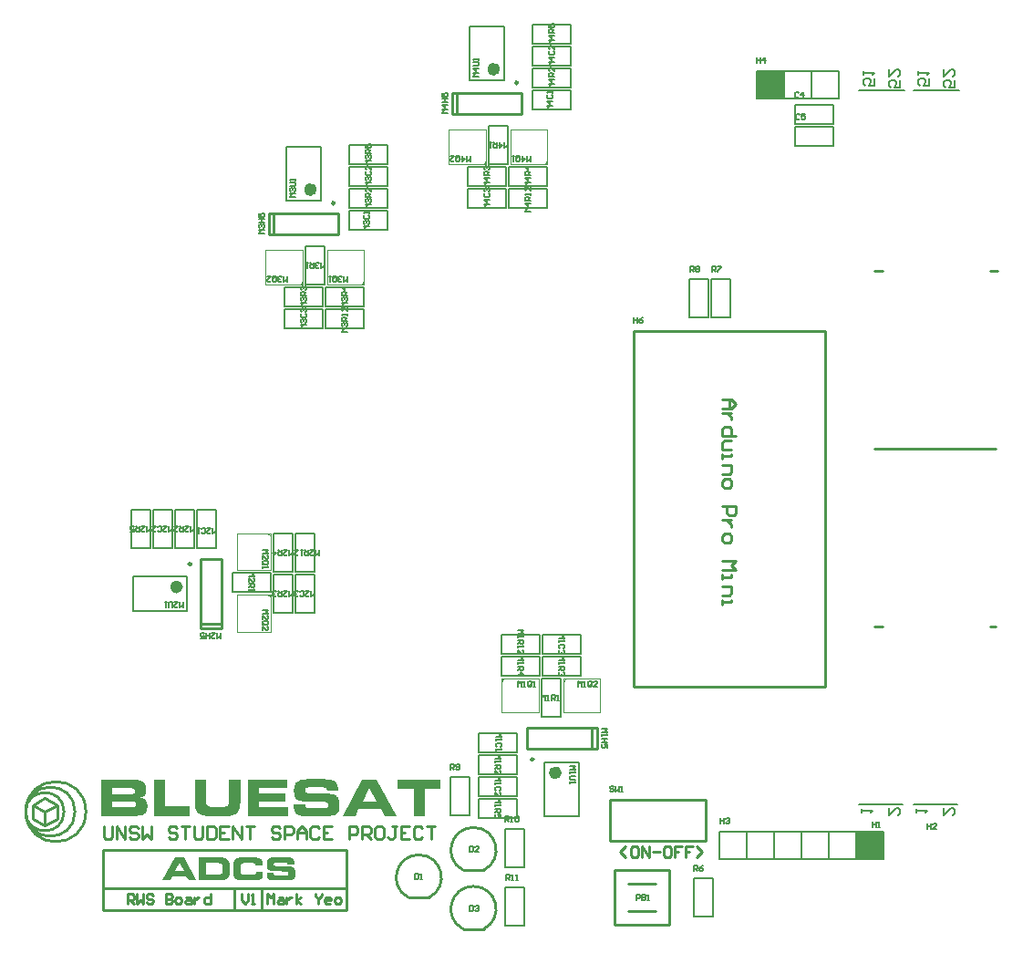
<source format=gto>
G04 Layer_Color=65535*
%FSLAX25Y25*%
%MOIN*%
G70*
G01*
G75*
%ADD18C,0.01000*%
%ADD37C,0.02362*%
%ADD38C,0.00984*%
%ADD39C,0.00800*%
%ADD40C,0.00787*%
%ADD41C,0.00500*%
%ADD42C,0.00400*%
%ADD43R,0.09962X0.10000*%
G36*
X105419Y55853D02*
X95016D01*
Y53729D01*
X104872D01*
Y50995D01*
X95016D01*
Y48871D01*
X105653D01*
Y45700D01*
X90955D01*
Y58915D01*
X105419D01*
Y55853D01*
D02*
G37*
G36*
X119492Y59055D02*
X119774Y59039D01*
X120039Y59024D01*
X120289Y59008D01*
X120508Y58977D01*
X120726Y58946D01*
X120914Y58930D01*
X121070Y58899D01*
X121226Y58868D01*
X121351Y58836D01*
X121445Y58821D01*
X121523Y58805D01*
X121586Y58790D01*
X121617Y58774D01*
X121632D01*
X121992Y58665D01*
X122304Y58524D01*
X122570Y58399D01*
X122773Y58274D01*
X122944Y58149D01*
X123069Y58055D01*
X123132Y57993D01*
X123163Y57977D01*
X123351Y57774D01*
X123491Y57571D01*
X123616Y57368D01*
X123694Y57165D01*
X123757Y56993D01*
X123804Y56868D01*
X123835Y56775D01*
Y56759D01*
Y56743D01*
X123882Y56478D01*
X123928Y56197D01*
X123960Y55931D01*
X123975Y55697D01*
X123991Y55478D01*
Y55306D01*
Y55244D01*
Y55213D01*
Y55181D01*
Y55166D01*
Y54744D01*
X119930D01*
Y54994D01*
X119914Y55088D01*
Y55181D01*
X119899Y55259D01*
Y55306D01*
X119883Y55338D01*
Y55353D01*
X119820Y55525D01*
X119742Y55666D01*
X119664Y55744D01*
X119649Y55775D01*
X119633D01*
X119555Y55837D01*
X119461Y55884D01*
X119274Y55962D01*
X119180Y55994D01*
X119102Y56009D01*
X119055Y56025D01*
X119039D01*
X118883Y56056D01*
X118711Y56087D01*
X118524Y56103D01*
X118352D01*
X118196Y56119D01*
X113463D01*
X113213Y56103D01*
X112995Y56087D01*
X112792Y56040D01*
X112635Y55994D01*
X112510Y55947D01*
X112417Y55915D01*
X112354Y55884D01*
X112338Y55869D01*
X112198Y55759D01*
X112104Y55634D01*
X112026Y55509D01*
X111979Y55384D01*
X111948Y55275D01*
X111932Y55181D01*
Y55119D01*
Y55088D01*
Y54931D01*
X111948Y54791D01*
X111979Y54681D01*
X112011Y54588D01*
X112026Y54510D01*
X112057Y54447D01*
X112073Y54416D01*
Y54400D01*
X112135Y54322D01*
X112229Y54244D01*
X112448Y54135D01*
X112541Y54104D01*
X112635Y54072D01*
X112698Y54057D01*
X112713D01*
X112932Y54026D01*
X113166Y53994D01*
X113401Y53963D01*
X113635Y53947D01*
X113854D01*
X114025Y53932D01*
X114572D01*
X114994Y53916D01*
X117602D01*
X117993Y53900D01*
X118352D01*
X118696Y53885D01*
X119024D01*
X119321Y53869D01*
X119586Y53854D01*
X119820Y53838D01*
X120024D01*
X120211Y53822D01*
X120367Y53807D01*
X120476D01*
X120570Y53791D01*
X120633D01*
X120914Y53760D01*
X121164Y53744D01*
X121414Y53697D01*
X121648Y53666D01*
X121851Y53619D01*
X122054Y53572D01*
X122226Y53526D01*
X122382Y53479D01*
X122538Y53432D01*
X122663Y53385D01*
X122757Y53354D01*
X122851Y53323D01*
X122913Y53291D01*
X122960Y53260D01*
X122991Y53245D01*
X123007D01*
X123304Y53057D01*
X123554Y52854D01*
X123757Y52651D01*
X123928Y52448D01*
X124038Y52260D01*
X124132Y52104D01*
X124163Y52042D01*
X124178Y51995D01*
X124194Y51979D01*
Y51964D01*
X124303Y51636D01*
X124397Y51261D01*
X124460Y50886D01*
X124491Y50527D01*
X124506Y50355D01*
X124522Y50199D01*
Y50058D01*
X124538Y49933D01*
Y49839D01*
Y49761D01*
Y49714D01*
Y49699D01*
X124522Y49215D01*
X124491Y48793D01*
X124444Y48434D01*
X124428Y48262D01*
X124397Y48121D01*
X124366Y47980D01*
X124350Y47871D01*
X124319Y47778D01*
X124303Y47699D01*
X124288Y47621D01*
X124272Y47574D01*
X124257Y47559D01*
Y47543D01*
X124132Y47262D01*
X123975Y46997D01*
X123819Y46793D01*
X123647Y46606D01*
X123491Y46465D01*
X123366Y46356D01*
X123273Y46294D01*
X123257Y46278D01*
X123241D01*
X122944Y46122D01*
X122632Y45997D01*
X122288Y45903D01*
X121976Y45825D01*
X121679Y45763D01*
X121554Y45747D01*
X121461Y45731D01*
X121367Y45716D01*
X121304Y45700D01*
X121242D01*
X120992Y45669D01*
X120726Y45653D01*
X120180Y45622D01*
X119633Y45591D01*
X119102Y45575D01*
X118633D01*
X118446Y45559D01*
X112526D01*
X112073Y45575D01*
X111667Y45606D01*
X111479Y45622D01*
X111323Y45638D01*
X111167D01*
X111042Y45653D01*
X110917Y45669D01*
X110823Y45684D01*
X110745D01*
X110698Y45700D01*
X110652D01*
X110308Y45763D01*
X109980Y45856D01*
X109714Y45950D01*
X109480Y46028D01*
X109293Y46122D01*
X109152Y46184D01*
X109074Y46231D01*
X109043Y46247D01*
X108824Y46418D01*
X108652Y46590D01*
X108496Y46778D01*
X108355Y46950D01*
X108262Y47106D01*
X108199Y47231D01*
X108152Y47309D01*
X108137Y47340D01*
X108043Y47621D01*
X107981Y47902D01*
X107918Y48199D01*
X107887Y48480D01*
X107871Y48730D01*
Y48840D01*
X107855Y48933D01*
Y48996D01*
Y49058D01*
Y49090D01*
Y49105D01*
Y50027D01*
X111917D01*
Y49839D01*
X111932Y49668D01*
X111948Y49527D01*
X111979Y49402D01*
X111995Y49308D01*
X112011Y49246D01*
X112026Y49199D01*
Y49183D01*
X112120Y48980D01*
X112229Y48840D01*
X112323Y48761D01*
X112338Y48730D01*
X112354D01*
X112526Y48637D01*
X112713Y48574D01*
X112792Y48559D01*
X112854D01*
X112885Y48543D01*
X112901D01*
X113166Y48527D01*
X113401Y48512D01*
X118868D01*
X119071Y48527D01*
X119258D01*
X119477Y48559D01*
X119664Y48605D01*
X119727Y48637D01*
X119774Y48652D01*
X119805Y48668D01*
X119820D01*
X119992Y48777D01*
X120117Y48886D01*
X120180Y48980D01*
X120211Y48996D01*
Y49011D01*
X120258Y49105D01*
X120305Y49199D01*
X120352Y49402D01*
X120367Y49480D01*
Y49558D01*
Y49605D01*
Y49621D01*
Y49777D01*
X120336Y49917D01*
X120320Y50027D01*
X120289Y50121D01*
X120258Y50199D01*
X120242Y50245D01*
X120211Y50277D01*
Y50292D01*
X120133Y50386D01*
X120024Y50464D01*
X119914Y50527D01*
X119789Y50573D01*
X119664Y50620D01*
X119571Y50652D01*
X119508Y50667D01*
X119477D01*
X119243Y50714D01*
X118961Y50745D01*
X118680Y50776D01*
X118399Y50792D01*
X118149Y50808D01*
X118040D01*
X117946Y50823D01*
X117540D01*
X117306Y50839D01*
X116790D01*
X116275Y50855D01*
X113854D01*
X113479Y50870D01*
X113119Y50886D01*
X112807D01*
X112495Y50902D01*
X112229Y50917D01*
X111979Y50933D01*
X111760Y50948D01*
X111557Y50964D01*
X111401Y50980D01*
X111261D01*
X111151Y50995D01*
X111073Y51011D01*
X111011D01*
X110542Y51089D01*
X110120Y51183D01*
X109777Y51276D01*
X109621Y51323D01*
X109480Y51386D01*
X109371Y51433D01*
X109261Y51479D01*
X109168Y51511D01*
X109090Y51542D01*
X109043Y51573D01*
X108996Y51604D01*
X108980Y51620D01*
X108965D01*
X108730Y51792D01*
X108527Y51995D01*
X108371Y52198D01*
X108246Y52385D01*
X108168Y52557D01*
X108106Y52698D01*
X108074Y52792D01*
X108059Y52807D01*
Y52823D01*
X107996Y53135D01*
X107949Y53463D01*
X107918Y53807D01*
X107902Y54119D01*
X107887Y54400D01*
X107871Y54510D01*
Y54619D01*
Y54713D01*
Y54775D01*
Y54807D01*
Y54822D01*
Y55150D01*
X107887Y55462D01*
X107902Y55744D01*
X107934Y55994D01*
X107949Y56197D01*
X107965Y56353D01*
Y56415D01*
X107981Y56462D01*
Y56478D01*
Y56493D01*
X108043Y56775D01*
X108121Y57040D01*
X108230Y57259D01*
X108340Y57462D01*
X108433Y57618D01*
X108527Y57743D01*
X108590Y57806D01*
X108605Y57837D01*
X108824Y58040D01*
X109074Y58212D01*
X109339Y58368D01*
X109589Y58493D01*
X109824Y58587D01*
X109933Y58633D01*
X110027Y58665D01*
X110089Y58696D01*
X110152Y58711D01*
X110183Y58727D01*
X110198D01*
X110417Y58790D01*
X110636Y58836D01*
X111120Y58930D01*
X111620Y58993D01*
X112104Y59024D01*
X112323Y59039D01*
X112526Y59055D01*
X112713D01*
X112885Y59071D01*
X119180D01*
X119492Y59055D01*
D02*
G37*
G36*
X145437Y45700D02*
X140923D01*
X139658Y48043D01*
X131442D01*
X130255Y45700D01*
X125725D01*
X132879Y58915D01*
X138158D01*
X145437Y45700D01*
D02*
G37*
G36*
X161338Y55634D02*
X155653D01*
Y45700D01*
X151592D01*
Y55634D01*
X145890D01*
Y58915D01*
X161338D01*
Y55634D01*
D02*
G37*
G36*
X88237Y50402D02*
X88221Y49949D01*
X88174Y49527D01*
X88112Y49136D01*
X88034Y48777D01*
X87940Y48449D01*
X87815Y48152D01*
X87706Y47871D01*
X87581Y47637D01*
X87456Y47418D01*
X87347Y47231D01*
X87237Y47090D01*
X87128Y46950D01*
X87050Y46856D01*
X86987Y46793D01*
X86940Y46747D01*
X86925Y46731D01*
X86659Y46528D01*
X86378Y46340D01*
X86050Y46184D01*
X85722Y46059D01*
X85394Y45934D01*
X85050Y45841D01*
X84707Y45763D01*
X84379Y45700D01*
X84051Y45653D01*
X83754Y45622D01*
X83488Y45591D01*
X83254Y45575D01*
X83067D01*
X82926Y45559D01*
X76990D01*
X76475Y45575D01*
X76006Y45606D01*
X75569Y45669D01*
X75163Y45747D01*
X74788Y45825D01*
X74444Y45934D01*
X74148Y46044D01*
X73882Y46153D01*
X73632Y46262D01*
X73429Y46356D01*
X73257Y46465D01*
X73117Y46543D01*
X73007Y46622D01*
X72929Y46684D01*
X72882Y46715D01*
X72867Y46731D01*
X72632Y46965D01*
X72445Y47231D01*
X72273Y47512D01*
X72117Y47809D01*
X71992Y48105D01*
X71883Y48418D01*
X71805Y48715D01*
X71727Y49011D01*
X71680Y49293D01*
X71633Y49558D01*
X71617Y49792D01*
X71586Y49995D01*
Y50167D01*
X71570Y50292D01*
Y50370D01*
Y50402D01*
Y58915D01*
X75631D01*
Y51276D01*
Y51042D01*
X75647Y50839D01*
X75678Y50636D01*
X75710Y50464D01*
X75741Y50292D01*
X75788Y50152D01*
X75881Y49902D01*
X75975Y49714D01*
X76053Y49589D01*
X76116Y49511D01*
X76131Y49480D01*
X76241Y49386D01*
X76350Y49308D01*
X76616Y49168D01*
X76912Y49074D01*
X77193Y49011D01*
X77459Y48980D01*
X77584Y48965D01*
X77678D01*
X77771Y48949D01*
X82129D01*
X82348Y48965D01*
X82535Y48996D01*
X82707Y49027D01*
X82863Y49074D01*
X83004Y49121D01*
X83254Y49215D01*
X83426Y49308D01*
X83566Y49402D01*
X83629Y49464D01*
X83660Y49480D01*
X83754Y49589D01*
X83832Y49714D01*
X83957Y49980D01*
X84051Y50277D01*
X84113Y50573D01*
X84144Y50855D01*
X84160Y50964D01*
X84176Y51073D01*
Y51151D01*
Y51214D01*
Y51261D01*
Y51276D01*
Y58915D01*
X88237D01*
Y50402D01*
D02*
G37*
G36*
X72179Y22133D02*
X69335D01*
X68538Y23609D01*
X63362D01*
X62614Y22133D01*
X59761D01*
X64267Y30457D01*
X67593D01*
X72179Y22133D01*
D02*
G37*
G36*
X92843Y30546D02*
X93059Y30536D01*
X93266Y30526D01*
X93463Y30516D01*
X93640Y30507D01*
X93797Y30487D01*
X93945Y30477D01*
X94083Y30457D01*
X94201Y30438D01*
X94299Y30428D01*
X94378Y30418D01*
X94437Y30408D01*
X94486Y30398D01*
X94516Y30389D01*
X94525D01*
X94811Y30320D01*
X95067Y30241D01*
X95273Y30152D01*
X95450Y30064D01*
X95588Y29985D01*
X95687Y29916D01*
X95746Y29877D01*
X95765Y29857D01*
X95913Y29710D01*
X96041Y29552D01*
X96129Y29395D01*
X96208Y29237D01*
X96267Y29100D01*
X96297Y28991D01*
X96316Y28952D01*
Y28922D01*
X96326Y28903D01*
Y28893D01*
X96366Y28657D01*
X96395Y28411D01*
X96425Y28165D01*
X96434Y27938D01*
Y27830D01*
X96444Y27732D01*
Y27643D01*
Y27564D01*
Y27505D01*
Y27456D01*
Y27427D01*
Y27417D01*
X93886D01*
Y27643D01*
X93876Y27801D01*
X93837Y27929D01*
X93787Y28037D01*
X93728Y28115D01*
X93669Y28184D01*
X93620Y28224D01*
X93581Y28243D01*
X93571Y28253D01*
X93443Y28312D01*
X93296Y28352D01*
X93148Y28381D01*
X93010Y28401D01*
X92882Y28411D01*
X92784Y28420D01*
X89724D01*
X89566Y28401D01*
X89428Y28381D01*
X89310Y28361D01*
X89212Y28342D01*
X89143Y28322D01*
X89104Y28312D01*
X89084Y28302D01*
X88976Y28253D01*
X88877Y28204D01*
X88799Y28145D01*
X88730Y28096D01*
X88671Y28047D01*
X88631Y28007D01*
X88612Y27978D01*
X88602Y27968D01*
X88543Y27879D01*
X88494Y27791D01*
X88454Y27712D01*
X88425Y27624D01*
X88405Y27555D01*
X88385Y27496D01*
X88376Y27456D01*
Y27446D01*
X88346Y27210D01*
X88326Y27092D01*
Y26984D01*
X88316Y26886D01*
Y26817D01*
Y26767D01*
Y26748D01*
Y25842D01*
Y25685D01*
X88326Y25537D01*
X88336Y25409D01*
X88346Y25291D01*
Y25203D01*
X88356Y25134D01*
X88366Y25095D01*
Y25075D01*
X88395Y24957D01*
X88425Y24858D01*
X88464Y24770D01*
X88494Y24691D01*
X88533Y24632D01*
X88553Y24593D01*
X88572Y24563D01*
X88582Y24553D01*
X88651Y24485D01*
X88720Y24426D01*
X88867Y24337D01*
X88936Y24307D01*
X88986Y24288D01*
X89025Y24268D01*
X89035D01*
X89153Y24238D01*
X89271Y24219D01*
X89399Y24199D01*
X89507Y24189D01*
X89615D01*
X89694Y24180D01*
X92646D01*
X92784Y24189D01*
X92912D01*
X93010Y24199D01*
X93099D01*
X93158Y24209D01*
X93207D01*
X93305Y24229D01*
X93394Y24248D01*
X93473Y24278D01*
X93542Y24307D01*
X93591Y24327D01*
X93630Y24347D01*
X93650Y24366D01*
X93660D01*
X93719Y24416D01*
X93778Y24475D01*
X93856Y24583D01*
X93886Y24632D01*
X93906Y24671D01*
X93915Y24701D01*
Y24711D01*
X93945Y24799D01*
X93965Y24898D01*
X93974Y25006D01*
X93984Y25104D01*
X93994Y25183D01*
Y25262D01*
Y25301D01*
Y25321D01*
X96552D01*
Y24544D01*
X96543Y24347D01*
X96533Y24170D01*
X96513Y24002D01*
X96494Y23855D01*
X96464Y23727D01*
X96444Y23638D01*
X96434Y23579D01*
X96425Y23569D01*
Y23560D01*
X96375Y23392D01*
X96307Y23245D01*
X96228Y23107D01*
X96159Y22989D01*
X96080Y22900D01*
X96031Y22822D01*
X95992Y22782D01*
X95972Y22762D01*
X95834Y22644D01*
X95687Y22536D01*
X95529Y22448D01*
X95382Y22369D01*
X95244Y22310D01*
X95136Y22271D01*
X95096Y22251D01*
X95067Y22241D01*
X95047Y22231D01*
X95037D01*
X94801Y22172D01*
X94535Y22123D01*
X94279Y22093D01*
X94033Y22064D01*
X93915D01*
X93807Y22054D01*
X93719D01*
X93630Y22044D01*
X89359D01*
X89045Y22054D01*
X88749Y22064D01*
X88494Y22084D01*
X88376Y22093D01*
X88267Y22103D01*
X88159Y22113D01*
X88080Y22123D01*
X88002Y22133D01*
X87933Y22143D01*
X87884Y22152D01*
X87844Y22162D01*
X87815D01*
X87569Y22221D01*
X87342Y22290D01*
X87146Y22369D01*
X86978Y22438D01*
X86840Y22516D01*
X86742Y22576D01*
X86703Y22595D01*
X86673Y22615D01*
X86663Y22625D01*
X86654D01*
X86486Y22762D01*
X86339Y22910D01*
X86221Y23068D01*
X86122Y23215D01*
X86034Y23353D01*
X85984Y23451D01*
X85965Y23491D01*
X85945Y23520D01*
X85935Y23540D01*
Y23550D01*
X85856Y23786D01*
X85797Y24032D01*
X85748Y24278D01*
X85719Y24524D01*
X85709Y24632D01*
X85699Y24731D01*
Y24819D01*
X85689Y24898D01*
Y24967D01*
Y25016D01*
Y25045D01*
Y25055D01*
Y27535D01*
X85699Y27860D01*
X85729Y28155D01*
X85748Y28283D01*
X85768Y28411D01*
X85788Y28519D01*
X85817Y28627D01*
X85837Y28716D01*
X85856Y28794D01*
X85876Y28873D01*
X85896Y28922D01*
X85915Y28972D01*
X85925Y29001D01*
X85935Y29021D01*
Y29031D01*
X86034Y29237D01*
X86152Y29424D01*
X86270Y29582D01*
X86388Y29719D01*
X86496Y29818D01*
X86575Y29897D01*
X86634Y29936D01*
X86644Y29956D01*
X86654D01*
X86840Y30074D01*
X87037Y30172D01*
X87234Y30261D01*
X87411Y30320D01*
X87578Y30369D01*
X87647Y30389D01*
X87696Y30398D01*
X87746Y30418D01*
X87785D01*
X87805Y30428D01*
X87815D01*
X88080Y30467D01*
X88346Y30507D01*
X88602Y30526D01*
X88838Y30536D01*
X88946Y30546D01*
X89045D01*
X89133Y30556D01*
X92607D01*
X92843Y30546D01*
D02*
G37*
G36*
X105261D02*
X105438Y30536D01*
X105605Y30526D01*
X105763Y30516D01*
X105901Y30497D01*
X106038Y30477D01*
X106156Y30467D01*
X106255Y30448D01*
X106353Y30428D01*
X106432Y30408D01*
X106491Y30398D01*
X106540Y30389D01*
X106579Y30379D01*
X106599Y30369D01*
X106609D01*
X106835Y30300D01*
X107032Y30211D01*
X107199Y30133D01*
X107327Y30054D01*
X107436Y29975D01*
X107514Y29916D01*
X107554Y29877D01*
X107573Y29867D01*
X107691Y29739D01*
X107780Y29611D01*
X107859Y29483D01*
X107908Y29355D01*
X107947Y29247D01*
X107977Y29168D01*
X107996Y29109D01*
Y29100D01*
Y29090D01*
X108026Y28922D01*
X108055Y28745D01*
X108075Y28578D01*
X108085Y28430D01*
X108095Y28293D01*
Y28184D01*
Y28145D01*
Y28125D01*
Y28106D01*
Y28096D01*
Y27830D01*
X105536D01*
Y27988D01*
X105527Y28047D01*
Y28106D01*
X105517Y28155D01*
Y28184D01*
X105507Y28204D01*
Y28214D01*
X105468Y28322D01*
X105418Y28411D01*
X105369Y28460D01*
X105359Y28480D01*
X105350D01*
X105300Y28519D01*
X105241Y28548D01*
X105123Y28598D01*
X105064Y28617D01*
X105015Y28627D01*
X104985Y28637D01*
X104976D01*
X104877Y28657D01*
X104769Y28676D01*
X104651Y28686D01*
X104543D01*
X104444Y28696D01*
X101463D01*
X101305Y28686D01*
X101168Y28676D01*
X101040Y28647D01*
X100941Y28617D01*
X100862Y28588D01*
X100803Y28568D01*
X100764Y28548D01*
X100754Y28539D01*
X100666Y28470D01*
X100607Y28391D01*
X100557Y28312D01*
X100528Y28234D01*
X100508Y28165D01*
X100498Y28106D01*
Y28066D01*
Y28047D01*
Y27948D01*
X100508Y27860D01*
X100528Y27791D01*
X100548Y27732D01*
X100557Y27683D01*
X100577Y27643D01*
X100587Y27624D01*
Y27614D01*
X100626Y27564D01*
X100685Y27515D01*
X100823Y27446D01*
X100882Y27427D01*
X100941Y27407D01*
X100980Y27397D01*
X100990D01*
X101128Y27378D01*
X101276Y27358D01*
X101423Y27338D01*
X101571Y27328D01*
X101709D01*
X101817Y27318D01*
X102161D01*
X102427Y27309D01*
X104070D01*
X104316Y27299D01*
X104543D01*
X104759Y27289D01*
X104966D01*
X105153Y27279D01*
X105320Y27269D01*
X105468Y27259D01*
X105596D01*
X105714Y27250D01*
X105812Y27240D01*
X105881D01*
X105940Y27230D01*
X105979D01*
X106156Y27210D01*
X106314Y27200D01*
X106471Y27171D01*
X106619Y27151D01*
X106747Y27122D01*
X106875Y27092D01*
X106983Y27063D01*
X107081Y27033D01*
X107180Y27004D01*
X107258Y26974D01*
X107317Y26954D01*
X107377Y26935D01*
X107416Y26915D01*
X107445Y26895D01*
X107465Y26886D01*
X107475D01*
X107662Y26767D01*
X107819Y26640D01*
X107947Y26512D01*
X108055Y26384D01*
X108124Y26266D01*
X108183Y26167D01*
X108203Y26128D01*
X108213Y26098D01*
X108223Y26088D01*
Y26079D01*
X108292Y25872D01*
X108351Y25636D01*
X108390Y25400D01*
X108410Y25173D01*
X108420Y25065D01*
X108429Y24967D01*
Y24878D01*
X108439Y24799D01*
Y24740D01*
Y24691D01*
Y24662D01*
Y24652D01*
X108429Y24347D01*
X108410Y24081D01*
X108380Y23855D01*
X108370Y23746D01*
X108351Y23658D01*
X108331Y23569D01*
X108321Y23501D01*
X108301Y23441D01*
X108292Y23392D01*
X108282Y23343D01*
X108272Y23314D01*
X108262Y23304D01*
Y23294D01*
X108183Y23117D01*
X108085Y22950D01*
X107987Y22822D01*
X107878Y22704D01*
X107780Y22615D01*
X107701Y22546D01*
X107642Y22507D01*
X107632Y22497D01*
X107623D01*
X107436Y22398D01*
X107239Y22320D01*
X107022Y22261D01*
X106825Y22211D01*
X106639Y22172D01*
X106560Y22162D01*
X106501Y22152D01*
X106442Y22143D01*
X106402Y22133D01*
X106363D01*
X106206Y22113D01*
X106038Y22103D01*
X105694Y22084D01*
X105350Y22064D01*
X105015Y22054D01*
X104720D01*
X104602Y22044D01*
X100872D01*
X100587Y22054D01*
X100331Y22074D01*
X100213Y22084D01*
X100115Y22093D01*
X100016D01*
X99937Y22103D01*
X99859Y22113D01*
X99800Y22123D01*
X99751D01*
X99721Y22133D01*
X99691D01*
X99475Y22172D01*
X99268Y22231D01*
X99101Y22290D01*
X98953Y22339D01*
X98835Y22398D01*
X98747Y22438D01*
X98698Y22467D01*
X98678Y22477D01*
X98540Y22585D01*
X98432Y22694D01*
X98334Y22812D01*
X98245Y22920D01*
X98186Y23018D01*
X98147Y23097D01*
X98117Y23146D01*
X98107Y23166D01*
X98048Y23343D01*
X98009Y23520D01*
X97970Y23707D01*
X97950Y23884D01*
X97940Y24042D01*
Y24111D01*
X97930Y24170D01*
Y24209D01*
Y24248D01*
Y24268D01*
Y24278D01*
Y24858D01*
X100488D01*
Y24740D01*
X100498Y24632D01*
X100508Y24544D01*
X100528Y24465D01*
X100538Y24406D01*
X100548Y24366D01*
X100557Y24337D01*
Y24327D01*
X100616Y24199D01*
X100685Y24111D01*
X100744Y24061D01*
X100754Y24042D01*
X100764D01*
X100872Y23983D01*
X100990Y23943D01*
X101040Y23934D01*
X101079D01*
X101099Y23924D01*
X101108D01*
X101276Y23914D01*
X101423Y23904D01*
X104867D01*
X104995Y23914D01*
X105113D01*
X105251Y23934D01*
X105369Y23963D01*
X105409Y23983D01*
X105438Y23992D01*
X105458Y24002D01*
X105468D01*
X105576Y24071D01*
X105655Y24140D01*
X105694Y24199D01*
X105714Y24209D01*
Y24219D01*
X105743Y24278D01*
X105773Y24337D01*
X105802Y24465D01*
X105812Y24514D01*
Y24563D01*
Y24593D01*
Y24603D01*
Y24701D01*
X105792Y24790D01*
X105782Y24858D01*
X105763Y24917D01*
X105743Y24967D01*
X105733Y24996D01*
X105714Y25016D01*
Y25026D01*
X105664Y25085D01*
X105596Y25134D01*
X105527Y25173D01*
X105448Y25203D01*
X105369Y25232D01*
X105310Y25252D01*
X105271Y25262D01*
X105251D01*
X105104Y25291D01*
X104926Y25311D01*
X104749Y25331D01*
X104572Y25341D01*
X104415Y25350D01*
X104346D01*
X104287Y25360D01*
X104031D01*
X103883Y25370D01*
X103559D01*
X103234Y25380D01*
X101709D01*
X101472Y25390D01*
X101246Y25400D01*
X101049D01*
X100853Y25409D01*
X100685Y25419D01*
X100528Y25429D01*
X100390Y25439D01*
X100262Y25449D01*
X100164Y25459D01*
X100075D01*
X100006Y25469D01*
X99957Y25478D01*
X99918D01*
X99623Y25528D01*
X99357Y25587D01*
X99140Y25646D01*
X99042Y25675D01*
X98953Y25714D01*
X98885Y25744D01*
X98816Y25774D01*
X98757Y25793D01*
X98707Y25813D01*
X98678Y25833D01*
X98648Y25852D01*
X98639Y25862D01*
X98629D01*
X98481Y25970D01*
X98353Y26098D01*
X98255Y26226D01*
X98176Y26344D01*
X98127Y26452D01*
X98088Y26541D01*
X98068Y26600D01*
X98058Y26610D01*
Y26620D01*
X98019Y26817D01*
X97989Y27023D01*
X97970Y27240D01*
X97960Y27437D01*
X97950Y27614D01*
X97940Y27683D01*
Y27751D01*
Y27810D01*
Y27850D01*
Y27869D01*
Y27879D01*
Y28086D01*
X97950Y28283D01*
X97960Y28460D01*
X97979Y28617D01*
X97989Y28745D01*
X97999Y28844D01*
Y28883D01*
X98009Y28912D01*
Y28922D01*
Y28932D01*
X98048Y29109D01*
X98097Y29277D01*
X98166Y29414D01*
X98235Y29542D01*
X98294Y29641D01*
X98353Y29719D01*
X98393Y29759D01*
X98402Y29778D01*
X98540Y29906D01*
X98698Y30015D01*
X98865Y30113D01*
X99022Y30192D01*
X99170Y30251D01*
X99239Y30280D01*
X99298Y30300D01*
X99337Y30320D01*
X99377Y30329D01*
X99396Y30339D01*
X99406D01*
X99544Y30379D01*
X99682Y30408D01*
X99987Y30467D01*
X100302Y30507D01*
X100607Y30526D01*
X100744Y30536D01*
X100872Y30546D01*
X100990D01*
X101099Y30556D01*
X105064D01*
X105261Y30546D01*
D02*
G37*
G36*
X49827Y58883D02*
X50187Y58852D01*
X50483Y58821D01*
X50624Y58805D01*
X50749Y58790D01*
X50842Y58774D01*
X50936Y58758D01*
X50999Y58743D01*
X51046D01*
X51077Y58727D01*
X51092D01*
X51420Y58649D01*
X51717Y58571D01*
X51967Y58461D01*
X52186Y58368D01*
X52358Y58290D01*
X52483Y58212D01*
X52561Y58165D01*
X52592Y58149D01*
X52811Y57993D01*
X52998Y57806D01*
X53154Y57634D01*
X53279Y57462D01*
X53373Y57306D01*
X53435Y57181D01*
X53482Y57103D01*
X53498Y57087D01*
Y57071D01*
X53592Y56821D01*
X53670Y56540D01*
X53717Y56275D01*
X53764Y56009D01*
X53779Y55791D01*
X53795Y55603D01*
Y55541D01*
Y55494D01*
Y55462D01*
Y55447D01*
Y55134D01*
X53764Y54869D01*
X53748Y54635D01*
X53717Y54432D01*
X53685Y54275D01*
X53670Y54150D01*
X53638Y54088D01*
Y54057D01*
X53576Y53869D01*
X53514Y53697D01*
X53451Y53557D01*
X53389Y53432D01*
X53326Y53323D01*
X53279Y53260D01*
X53248Y53213D01*
X53232Y53198D01*
X53029Y52979D01*
X52826Y52823D01*
X52733Y52776D01*
X52670Y52729D01*
X52623Y52713D01*
X52608Y52698D01*
X52342Y52588D01*
X52201Y52542D01*
X52077Y52495D01*
X51983Y52464D01*
X51905Y52432D01*
X51842Y52417D01*
X51827D01*
Y52354D01*
X52061Y52323D01*
X52295Y52276D01*
X52498Y52214D01*
X52686Y52151D01*
X52858Y52073D01*
X52998Y51995D01*
X53139Y51917D01*
X53264Y51839D01*
X53451Y51698D01*
X53592Y51573D01*
X53670Y51479D01*
X53701Y51464D01*
Y51448D01*
X53795Y51308D01*
X53888Y51136D01*
X54029Y50776D01*
X54123Y50402D01*
X54201Y50042D01*
X54232Y49714D01*
X54248Y49574D01*
Y49449D01*
X54263Y49340D01*
Y49261D01*
Y49215D01*
Y49199D01*
X54248Y48808D01*
X54216Y48465D01*
X54170Y48152D01*
X54107Y47902D01*
X54045Y47699D01*
X53998Y47543D01*
X53966Y47449D01*
X53951Y47434D01*
Y47418D01*
X53826Y47168D01*
X53701Y46965D01*
X53560Y46778D01*
X53420Y46622D01*
X53295Y46497D01*
X53201Y46418D01*
X53139Y46356D01*
X53107Y46340D01*
X52904Y46216D01*
X52686Y46106D01*
X52467Y46012D01*
X52264Y45950D01*
X52092Y45887D01*
X51952Y45856D01*
X51858Y45825D01*
X51827D01*
X51264Y45747D01*
X50999Y45731D01*
X50749Y45716D01*
X50530Y45700D01*
X37300D01*
Y58915D01*
X49421D01*
X49827Y58883D01*
D02*
G37*
G36*
X81222Y30448D02*
X81537Y30428D01*
X81674Y30418D01*
X81812Y30408D01*
X81930Y30389D01*
X82038Y30379D01*
X82147Y30359D01*
X82235Y30339D01*
X82314Y30329D01*
X82373Y30320D01*
X82422Y30310D01*
X82462Y30300D01*
X82481Y30290D01*
X82491D01*
X82727Y30221D01*
X82934Y30143D01*
X83121Y30064D01*
X83268Y29975D01*
X83396Y29897D01*
X83485Y29838D01*
X83534Y29798D01*
X83554Y29778D01*
X83701Y29641D01*
X83820Y29493D01*
X83918Y29346D01*
X84007Y29198D01*
X84066Y29070D01*
X84115Y28962D01*
X84125Y28932D01*
X84134Y28903D01*
X84144Y28883D01*
Y28873D01*
X84203Y28657D01*
X84253Y28430D01*
X84282Y28214D01*
X84312Y28007D01*
X84321Y27830D01*
Y27751D01*
X84331Y27683D01*
Y27633D01*
Y27584D01*
Y27564D01*
Y27555D01*
Y25026D01*
X84321Y24750D01*
X84302Y24494D01*
X84272Y24268D01*
X84243Y24081D01*
X84223Y23992D01*
X84203Y23924D01*
X84184Y23855D01*
X84174Y23806D01*
X84164Y23766D01*
X84154Y23737D01*
X84144Y23717D01*
Y23707D01*
X84066Y23510D01*
X83977Y23333D01*
X83879Y23176D01*
X83780Y23048D01*
X83692Y22940D01*
X83623Y22871D01*
X83574Y22822D01*
X83554Y22802D01*
X83396Y22674D01*
X83219Y22576D01*
X83042Y22487D01*
X82875Y22418D01*
X82718Y22359D01*
X82658Y22339D01*
X82599Y22320D01*
X82550Y22310D01*
X82521Y22300D01*
X82501Y22290D01*
X82491D01*
X82235Y22241D01*
X81960Y22202D01*
X81694Y22172D01*
X81438Y22152D01*
X81320Y22143D01*
X81123D01*
X81035Y22133D01*
X73173D01*
Y30457D01*
X80877D01*
X81222Y30448D01*
D02*
G37*
G36*
X60746Y49090D02*
X69852D01*
Y45700D01*
X56684D01*
Y58915D01*
X60746D01*
Y49090D01*
D02*
G37*
%LPC*%
G36*
X135519Y55837D02*
X132957Y50886D01*
X138143D01*
X135519Y55837D01*
D02*
G37*
G36*
X65930Y28519D02*
X64317Y25400D01*
X67584D01*
X65930Y28519D01*
D02*
G37*
G36*
X48625Y55744D02*
X41361D01*
Y53682D01*
X48531D01*
X48734Y53697D01*
X48921Y53713D01*
X49062Y53744D01*
X49187Y53791D01*
X49296Y53838D01*
X49359Y53869D01*
X49406Y53885D01*
X49421Y53900D01*
X49531Y54010D01*
X49609Y54119D01*
X49655Y54260D01*
X49702Y54385D01*
X49718Y54510D01*
X49733Y54603D01*
Y54666D01*
Y54697D01*
X49718Y54900D01*
X49687Y55072D01*
X49640Y55213D01*
X49577Y55322D01*
X49515Y55400D01*
X49468Y55462D01*
X49437Y55494D01*
X49421Y55509D01*
X49296Y55588D01*
X49156Y55650D01*
X48999Y55681D01*
X48859Y55712D01*
X48734Y55728D01*
X48625Y55744D01*
D02*
G37*
G36*
X48734Y50948D02*
X41361D01*
Y48871D01*
X48625D01*
X48859Y48886D01*
X49062Y48902D01*
X49249Y48933D01*
X49406Y48965D01*
X49531Y48996D01*
X49609Y49027D01*
X49671Y49058D01*
X49687D01*
X49827Y49152D01*
X49921Y49261D01*
X49999Y49386D01*
X50046Y49527D01*
X50077Y49636D01*
X50093Y49746D01*
Y49808D01*
Y49839D01*
X50077Y50074D01*
X50030Y50261D01*
X49968Y50417D01*
X49890Y50542D01*
X49812Y50620D01*
X49749Y50683D01*
X49702Y50714D01*
X49687Y50730D01*
X49531Y50808D01*
X49343Y50855D01*
X49171Y50902D01*
X48999Y50917D01*
X48859Y50933D01*
X48734Y50948D01*
D02*
G37*
G36*
X80395Y28391D02*
X75731D01*
Y24268D01*
X80395D01*
X80533Y24278D01*
X80651Y24288D01*
X80749Y24307D01*
X80838Y24317D01*
X80897Y24327D01*
X80936Y24337D01*
X80946D01*
X81055Y24366D01*
X81143Y24406D01*
X81222Y24435D01*
X81291Y24475D01*
X81350Y24514D01*
X81389Y24534D01*
X81409Y24553D01*
X81419Y24563D01*
X81478Y24632D01*
X81537Y24701D01*
X81615Y24849D01*
X81645Y24917D01*
X81665Y24967D01*
X81684Y25006D01*
Y25016D01*
X81714Y25134D01*
X81734Y25262D01*
X81753Y25380D01*
X81763Y25498D01*
X81773Y25606D01*
Y25685D01*
Y25744D01*
Y25764D01*
Y26886D01*
Y27043D01*
X81763Y27191D01*
X81743Y27318D01*
X81734Y27427D01*
X81714Y27505D01*
X81694Y27574D01*
X81684Y27614D01*
Y27624D01*
X81645Y27732D01*
X81606Y27820D01*
X81566Y27899D01*
X81517Y27958D01*
X81478Y28007D01*
X81448Y28047D01*
X81428Y28066D01*
X81419Y28076D01*
X81350Y28135D01*
X81271Y28184D01*
X81114Y28253D01*
X81045Y28283D01*
X80996Y28302D01*
X80956Y28312D01*
X80946D01*
X80838Y28342D01*
X80720Y28361D01*
X80602Y28371D01*
X80494Y28381D01*
X80395Y28391D01*
D02*
G37*
%LPD*%
D18*
X31800Y47200D02*
G03*
X31800Y47200I-11000J0D01*
G01*
X27800D02*
G03*
X27800Y47200I-9000J0D01*
G01*
X23800D02*
G03*
X23800Y47200I-7000J0D01*
G01*
X177324Y4339D02*
G03*
X169649Y4353I-3824J7330D01*
G01*
X177324Y25839D02*
G03*
X169649Y25853I-3824J7330D01*
G01*
X157324Y15839D02*
G03*
X149649Y15853I-3824J7330D01*
G01*
X12300Y49700D02*
X16800Y52200D01*
X21300Y49700D01*
X16800Y47200D02*
X21300Y49700D01*
Y44700D02*
Y49700D01*
X12300Y44700D02*
Y49700D01*
X16800Y47200D01*
Y42200D02*
X21300Y44700D01*
X12300D02*
X16800Y42200D01*
Y47200D01*
X38100Y33300D02*
X127100D01*
Y11300D02*
Y33300D01*
X96100Y11300D02*
Y19300D01*
X38100Y11300D02*
X127100D01*
X38100D02*
Y33300D01*
Y19300D02*
X127100D01*
X320000Y180000D02*
X364500D01*
X362500Y245000D02*
X365000D01*
X320000D02*
X323000D01*
X362500Y115000D02*
X364500D01*
X320000D02*
X323000D01*
X86100Y11300D02*
Y19300D01*
X223500Y36500D02*
Y51500D01*
Y36500D02*
X258500D01*
Y51500D01*
X223500D02*
X258500D01*
X169649Y4353D02*
X177324Y4339D01*
X169649Y25853D02*
X177324Y25839D01*
X149649Y15853D02*
X157324Y15839D01*
X232000Y93000D02*
X302000D01*
X232000D02*
Y223000D01*
X302000D01*
Y93000D02*
Y223000D01*
X230000Y21000D02*
X240000D01*
X230000Y11000D02*
X240000D01*
X225000Y26000D02*
X245000D01*
X225000Y6000D02*
Y26000D01*
Y6000D02*
X245000D01*
Y26000D01*
X216697Y70063D02*
Y77937D01*
X218665Y70063D02*
Y77937D01*
X193075Y70063D02*
X218665D01*
X193075D02*
Y77937D01*
X218665D01*
X73563Y116032D02*
X81437D01*
X73563Y114063D02*
X81437D01*
X73563D02*
Y139654D01*
X81437D01*
Y114063D02*
Y139654D01*
X100531Y258063D02*
Y265937D01*
X98563Y258063D02*
Y265937D01*
X124153D01*
Y258063D02*
Y265937D01*
X98563Y258063D02*
X124153D01*
X167532Y302063D02*
Y309937D01*
X165563Y302063D02*
Y309937D01*
X191154D01*
Y302063D02*
Y309937D01*
X165563Y302063D02*
X191154D01*
X98188Y13551D02*
Y17049D01*
X99354Y15883D01*
X100520Y17049D01*
Y13551D01*
X102270Y15883D02*
X103436D01*
X104019Y15300D01*
Y13551D01*
X102270D01*
X101687Y14134D01*
X102270Y14717D01*
X104019D01*
X105185Y15883D02*
Y13551D01*
Y14717D01*
X105769Y15300D01*
X106352Y15883D01*
X106935D01*
X108684Y13551D02*
Y17049D01*
Y14717D02*
X110434Y15883D01*
X108684Y14717D02*
X110434Y13551D01*
X115682Y17049D02*
Y16466D01*
X116848Y15300D01*
X118015Y16466D01*
Y17049D01*
X116848Y15300D02*
Y13551D01*
X120930D02*
X119764D01*
X119181Y14134D01*
Y15300D01*
X119764Y15883D01*
X120930D01*
X121513Y15300D01*
Y14717D01*
X119181D01*
X123263Y13551D02*
X124429D01*
X125012Y14134D01*
Y15300D01*
X124429Y15883D01*
X123263D01*
X122680Y15300D01*
Y14134D01*
X123263Y13551D01*
X46938D02*
Y17049D01*
X48688D01*
X49271Y16466D01*
Y15300D01*
X48688Y14717D01*
X46938D01*
X48105D02*
X49271Y13551D01*
X50437Y17049D02*
Y13551D01*
X51603Y14717D01*
X52770Y13551D01*
Y17049D01*
X56269Y16466D02*
X55685Y17049D01*
X54519D01*
X53936Y16466D01*
Y15883D01*
X54519Y15300D01*
X55685D01*
X56269Y14717D01*
Y14134D01*
X55685Y13551D01*
X54519D01*
X53936Y14134D01*
X60934Y17049D02*
Y13551D01*
X62683D01*
X63266Y14134D01*
Y14717D01*
X62683Y15300D01*
X60934D01*
X62683D01*
X63266Y15883D01*
Y16466D01*
X62683Y17049D01*
X60934D01*
X65016Y13551D02*
X66182D01*
X66765Y14134D01*
Y15300D01*
X66182Y15883D01*
X65016D01*
X64433Y15300D01*
Y14134D01*
X65016Y13551D01*
X68515Y15883D02*
X69681D01*
X70264Y15300D01*
Y13551D01*
X68515D01*
X67931Y14134D01*
X68515Y14717D01*
X70264D01*
X71430Y15883D02*
Y13551D01*
Y14717D01*
X72013Y15300D01*
X72597Y15883D01*
X73180D01*
X77262Y17049D02*
Y13551D01*
X75512D01*
X74929Y14134D01*
Y15300D01*
X75512Y15883D01*
X77262D01*
X88767Y17049D02*
Y14717D01*
X89934Y13551D01*
X91100Y14717D01*
Y17049D01*
X92266Y13551D02*
X93433D01*
X92849D01*
Y17049D01*
X92266Y16466D01*
X38300Y41923D02*
Y37987D01*
X39087Y37200D01*
X40661D01*
X41449Y37987D01*
Y41923D01*
X43023Y37200D02*
Y41923D01*
X46172Y37200D01*
Y41923D01*
X50894Y41136D02*
X50107Y41923D01*
X48533D01*
X47746Y41136D01*
Y40349D01*
X48533Y39561D01*
X50107D01*
X50894Y38774D01*
Y37987D01*
X50107Y37200D01*
X48533D01*
X47746Y37987D01*
X52469Y41923D02*
Y37200D01*
X54043Y38774D01*
X55617Y37200D01*
Y41923D01*
X65063Y41136D02*
X64276Y41923D01*
X62701D01*
X61914Y41136D01*
Y40349D01*
X62701Y39561D01*
X64276D01*
X65063Y38774D01*
Y37987D01*
X64276Y37200D01*
X62701D01*
X61914Y37987D01*
X66637Y41923D02*
X69786D01*
X68212D01*
Y37200D01*
X71360Y41923D02*
Y37987D01*
X72147Y37200D01*
X73722D01*
X74509Y37987D01*
Y41923D01*
X76083D02*
Y37200D01*
X78444D01*
X79232Y37987D01*
Y41136D01*
X78444Y41923D01*
X76083D01*
X83955D02*
X80806D01*
Y37200D01*
X83955D01*
X80806Y39561D02*
X82380D01*
X85529Y37200D02*
Y41923D01*
X88677Y37200D01*
Y41923D01*
X90252D02*
X93400D01*
X91826D01*
Y37200D01*
X102846Y41136D02*
X102059Y41923D01*
X100485D01*
X99697Y41136D01*
Y40349D01*
X100485Y39561D01*
X102059D01*
X102846Y38774D01*
Y37987D01*
X102059Y37200D01*
X100485D01*
X99697Y37987D01*
X104420Y37200D02*
Y41923D01*
X106782D01*
X107569Y41136D01*
Y39561D01*
X106782Y38774D01*
X104420D01*
X109143Y37200D02*
Y40349D01*
X110717Y41923D01*
X112292Y40349D01*
Y37200D01*
Y39561D01*
X109143D01*
X117015Y41136D02*
X116227Y41923D01*
X114653D01*
X113866Y41136D01*
Y37987D01*
X114653Y37200D01*
X116227D01*
X117015Y37987D01*
X121738Y41923D02*
X118589D01*
Y37200D01*
X121738D01*
X118589Y39561D02*
X120163D01*
X128035Y37200D02*
Y41923D01*
X130396D01*
X131183Y41136D01*
Y39561D01*
X130396Y38774D01*
X128035D01*
X132758Y37200D02*
Y41923D01*
X135119D01*
X135906Y41136D01*
Y39561D01*
X135119Y38774D01*
X132758D01*
X134332D02*
X135906Y37200D01*
X139842Y41923D02*
X138268D01*
X137480Y41136D01*
Y37987D01*
X138268Y37200D01*
X139842D01*
X140629Y37987D01*
Y41136D01*
X139842Y41923D01*
X145352D02*
X143778D01*
X144565D01*
Y37987D01*
X143778Y37200D01*
X142991D01*
X142203Y37987D01*
X150075Y41923D02*
X146926D01*
Y37200D01*
X150075D01*
X146926Y39561D02*
X148501D01*
X154798Y41136D02*
X154011Y41923D01*
X152436D01*
X151649Y41136D01*
Y37987D01*
X152436Y37200D01*
X154011D01*
X154798Y37987D01*
X156372Y41923D02*
X159521D01*
X157946D01*
Y37200D01*
X264500Y198000D02*
X267832D01*
X269498Y196334D01*
X267832Y194668D01*
X264500D01*
X266999D01*
Y198000D01*
X267832Y193002D02*
X264500D01*
X266166D01*
X266999Y192169D01*
X267832Y191335D01*
Y190502D01*
X269498Y184671D02*
X264500D01*
Y187170D01*
X265333Y188003D01*
X266999D01*
X267832Y187170D01*
Y184671D01*
Y183005D02*
X265333D01*
X264500Y182172D01*
Y179673D01*
X267832D01*
X264500Y178006D02*
Y176340D01*
Y177173D01*
X267832D01*
Y178006D01*
X264500Y173841D02*
X267832D01*
Y171342D01*
X266999Y170509D01*
X264500D01*
Y168010D02*
Y166344D01*
X265333Y165510D01*
X266999D01*
X267832Y166344D01*
Y168010D01*
X266999Y168843D01*
X265333D01*
X264500Y168010D01*
Y158846D02*
X269498D01*
Y156347D01*
X268665Y155514D01*
X266999D01*
X266166Y156347D01*
Y158846D01*
X267832Y153848D02*
X264500D01*
X266166D01*
X266999Y153015D01*
X267832Y152181D01*
Y151348D01*
X264500Y148016D02*
Y146350D01*
X265333Y145517D01*
X266999D01*
X267832Y146350D01*
Y148016D01*
X266999Y148849D01*
X265333D01*
X264500Y148016D01*
Y138853D02*
X269498D01*
X267832Y137186D01*
X269498Y135520D01*
X264500D01*
Y133854D02*
Y132188D01*
Y133021D01*
X267832D01*
Y133854D01*
X264500Y129689D02*
X267832D01*
Y127190D01*
X266999Y126356D01*
X264500D01*
Y124690D02*
Y123024D01*
Y123857D01*
X267832D01*
Y124690D01*
X228999Y30500D02*
X227000Y32499D01*
X228999Y34499D01*
X232998D02*
X231665D01*
X230999Y33832D01*
Y31166D01*
X231665Y30500D01*
X232998D01*
X233664Y31166D01*
Y33832D01*
X232998Y34499D01*
X234997Y30500D02*
Y34499D01*
X237663Y30500D01*
Y34499D01*
X238996Y32499D02*
X241662D01*
X244994Y34499D02*
X243661D01*
X242995Y33832D01*
Y31166D01*
X243661Y30500D01*
X244994D01*
X245661Y31166D01*
Y33832D01*
X244994Y34499D01*
X249659D02*
X246994D01*
Y32499D01*
X248326D01*
X246994D01*
Y30500D01*
X253658Y34499D02*
X250992D01*
Y32499D01*
X252325D01*
X250992D01*
Y30500D01*
X254991D02*
X256990Y32499D01*
X254991Y34499D01*
D37*
X204547Y61405D02*
G03*
X204547Y61405I-1181J0D01*
G01*
X66087Y129362D02*
G03*
X66087Y129362I-1181J0D01*
G01*
X115043Y274594D02*
G03*
X115043Y274594I-1181J0D01*
G01*
X182043Y318595D02*
G03*
X182043Y318595I-1181J0D01*
G01*
D38*
X195492Y66347D02*
G03*
X195492Y66347I-492J0D01*
G01*
X70339Y137728D02*
G03*
X70339Y137728I-492J0D01*
G01*
X122721Y269654D02*
G03*
X122721Y269654I-492J0D01*
G01*
X189720Y313653D02*
G03*
X189720Y313653I-492J0D01*
G01*
D39*
X277000Y318000D02*
X277000Y308000D01*
X277000Y318000D02*
X307000Y318000D01*
X277000Y308000D02*
X307000Y308000D01*
X297000Y308000D02*
Y318000D01*
X287000Y308000D02*
Y318000D01*
X307000Y308000D02*
Y318000D01*
Y308000D02*
Y318000D01*
X313500Y30000D02*
Y40000D01*
X303500Y30000D02*
Y40000D01*
X263500Y30000D02*
Y40000D01*
Y30000D02*
Y40000D01*
X273500Y30000D02*
Y40000D01*
Y30000D02*
Y40000D01*
X283500Y30000D02*
Y40000D01*
Y30000D02*
Y40000D01*
X263500Y40000D02*
X323500Y40000D01*
X293500Y30000D02*
Y40000D01*
X263500Y30000D02*
X323500Y30000D01*
X323500Y40000D02*
X323500Y30000D01*
X263500Y30000D02*
Y40000D01*
D40*
X314500Y50016D02*
X330500D01*
X314500Y311016D02*
X331000D01*
X334500Y50016D02*
X350500D01*
X334500Y311016D02*
X351000D01*
X199429Y45658D02*
X212028D01*
X199429Y65342D02*
X212028D01*
Y45658D02*
Y65342D01*
X199429Y45658D02*
Y65342D01*
X49158Y120701D02*
Y133299D01*
X68843Y120701D02*
Y133299D01*
X49158Y120701D02*
X68843D01*
X49158Y133299D02*
X68843D01*
X105201Y290342D02*
X117799D01*
X105201Y270657D02*
X117799D01*
X105201D02*
Y290342D01*
X117799Y270657D02*
Y290342D01*
X172201Y334343D02*
X184799D01*
X172201Y314657D02*
X184799D01*
X172201D02*
Y334343D01*
X184799Y314657D02*
Y334343D01*
D41*
X165000Y46000D02*
Y60000D01*
X172000D02*
X172000Y46000D01*
X165000Y60000D02*
X172000D01*
X165000Y46000D02*
X172000Y46000D01*
X185000Y27000D02*
Y41000D01*
X192000D02*
X192000Y27000D01*
X185000Y41000D02*
X192000D01*
X185000Y27000D02*
X192000Y27000D01*
X185000Y5500D02*
Y19500D01*
X192000D02*
X192000Y5500D01*
X185000Y19500D02*
X192000D01*
X185000Y5500D02*
X192000Y5500D01*
X260500Y242000D02*
X267500Y242000D01*
X260500Y228000D02*
X267500D01*
X260500Y242000D02*
X260500Y228000D01*
X267500D02*
Y242000D01*
X252500Y242000D02*
X259500Y242000D01*
X252500Y228000D02*
X259500D01*
X252500Y242000D02*
X252500Y228000D01*
X259500D02*
Y242000D01*
X254000Y9000D02*
X261000Y9000D01*
X254000Y23000D02*
X261000D01*
X261000Y9000D01*
X254000Y9000D02*
Y23000D01*
X291000Y297500D02*
X305000D01*
X291000Y290500D02*
X305000Y290500D01*
Y297500D01*
X291000Y290500D02*
X291000Y297500D01*
Y305500D02*
X305000D01*
X291000Y298500D02*
X305000Y298500D01*
Y305500D01*
X291000Y298500D02*
X291000Y305500D01*
X183728Y105000D02*
X197728D01*
X183728Y112000D02*
X197728Y112000D01*
X183728Y105000D02*
Y112000D01*
X197728Y105000D02*
X197728Y112000D01*
X183728Y104000D02*
X197728D01*
X183728Y97000D02*
X197728Y97000D01*
Y104000D01*
X183728Y97000D02*
X183728Y104000D01*
X205228Y82000D02*
Y96000D01*
X198228Y96000D02*
X198228Y82000D01*
X205228D01*
X198228Y96000D02*
X205228Y96000D01*
X198728Y112000D02*
X212728D01*
X198728Y105000D02*
X212728Y105000D01*
Y112000D01*
X198728Y105000D02*
X198728Y112000D01*
X198728Y97000D02*
X212728D01*
X198728Y104000D02*
X212728Y104000D01*
X198728Y97000D02*
Y104000D01*
X212728Y97000D02*
X212728Y104000D01*
X175228Y76000D02*
X189228D01*
X175228Y69000D02*
X189228Y69000D01*
Y76000D01*
X175228Y69000D02*
X175228Y76000D01*
X108500Y135000D02*
Y149000D01*
X115500D02*
X115500Y135000D01*
X108500Y149000D02*
X115500D01*
X108500Y135000D02*
X115500Y135000D01*
X107500D02*
Y149000D01*
X100500Y149000D02*
X100500Y135000D01*
X107500D01*
X100500Y149000D02*
X107500Y149000D01*
X100500Y120000D02*
Y134000D01*
X107500D02*
X107500Y120000D01*
X100500Y134000D02*
X107500D01*
X100500Y120000D02*
X107500Y120000D01*
X85500Y127500D02*
X99500D01*
X85500Y134500D02*
X99500Y134500D01*
X85500Y127500D02*
Y134500D01*
X99500Y127500D02*
X99500Y134500D01*
X115500Y120000D02*
Y134000D01*
X108500Y134000D02*
X108500Y120000D01*
X115500D01*
X108500Y134000D02*
X115500Y134000D01*
X79500Y143500D02*
Y157500D01*
X72500Y157500D02*
X72500Y143500D01*
X79500D01*
X72500Y157500D02*
X79500Y157500D01*
X119500Y231000D02*
X133500D01*
X119500Y224000D02*
X133500Y224000D01*
Y231000D01*
X119500Y224000D02*
X119500Y231000D01*
X119500Y232000D02*
X133500D01*
X119500Y239000D02*
X133500Y239000D01*
X119500Y232000D02*
Y239000D01*
X133500Y232000D02*
X133500Y239000D01*
X104500Y239000D02*
X118500D01*
X104500Y232000D02*
X118500Y232000D01*
Y239000D01*
X104500Y232000D02*
X104500Y239000D01*
X112000Y240000D02*
Y254000D01*
X119000D02*
X119000Y240000D01*
X112000Y254000D02*
X119000D01*
X112000Y240000D02*
X119000Y240000D01*
X104500Y224000D02*
X118500D01*
X104500Y231000D02*
X118500Y231000D01*
X104500Y224000D02*
Y231000D01*
X118500Y224000D02*
X118500Y231000D01*
X128000Y260000D02*
X142000D01*
X128000Y267000D02*
X142000Y267000D01*
X128000Y260000D02*
Y267000D01*
X142000Y260000D02*
X142000Y267000D01*
X186500Y275000D02*
X200500D01*
X186500Y268000D02*
X200500Y268000D01*
Y275000D01*
X186500Y268000D02*
X186500Y275000D01*
X186500Y276000D02*
X200500D01*
X186500Y283000D02*
X200500Y283000D01*
X186500Y276000D02*
Y283000D01*
X200500Y276000D02*
X200500Y283000D01*
X171500Y283000D02*
X185500D01*
X171500Y276000D02*
X185500Y276000D01*
Y283000D01*
X171500Y276000D02*
X171500Y283000D01*
X179000Y284000D02*
Y298000D01*
X186000D02*
X186000Y284000D01*
X179000Y298000D02*
X186000D01*
X179000Y284000D02*
X186000Y284000D01*
X171500Y268000D02*
X185500D01*
X171500Y275000D02*
X185500Y275000D01*
X171500Y268000D02*
Y275000D01*
X185500Y268000D02*
X185500Y275000D01*
X195000Y304000D02*
X209000D01*
X195000Y311000D02*
X209000Y311000D01*
X195000Y304000D02*
Y311000D01*
X209000Y304000D02*
X209000Y311000D01*
X175228Y68000D02*
X189228D01*
X175228Y61000D02*
X189228Y61000D01*
Y68000D01*
X175228Y61000D02*
X175228Y68000D01*
Y60000D02*
X189228D01*
X175228Y53000D02*
X189228Y53000D01*
Y60000D01*
X175228Y53000D02*
X175228Y60000D01*
Y52000D02*
X189228D01*
X175228Y45000D02*
X189228Y45000D01*
Y52000D01*
X175228Y45000D02*
X175228Y52000D01*
X55500Y143500D02*
Y157500D01*
X48500Y157500D02*
X48500Y143500D01*
X55500D01*
X48500Y157500D02*
X55500Y157500D01*
X71500Y143500D02*
Y157500D01*
X64500Y157500D02*
X64500Y143500D01*
X71500D01*
X64500Y157500D02*
X71500Y157500D01*
X63500Y143500D02*
Y157500D01*
X56500Y157500D02*
X56500Y143500D01*
X63500D01*
X56500Y157500D02*
X63500Y157500D01*
X128000Y284000D02*
X142000D01*
X128000Y291000D02*
X142000Y291000D01*
X128000Y284000D02*
Y291000D01*
X142000Y284000D02*
X142000Y291000D01*
X128000Y268000D02*
X142000D01*
X128000Y275000D02*
X142000Y275000D01*
X128000Y268000D02*
Y275000D01*
X142000Y268000D02*
X142000Y275000D01*
X128000Y276000D02*
X142000D01*
X128000Y283000D02*
X142000Y283000D01*
X128000Y276000D02*
Y283000D01*
X142000Y276000D02*
X142000Y283000D01*
X195000Y328000D02*
X209000D01*
X195000Y335000D02*
X209000Y335000D01*
X195000Y328000D02*
Y335000D01*
X209000Y328000D02*
X209000Y335000D01*
X195000Y312000D02*
X209000D01*
X195000Y319000D02*
X209000Y319000D01*
X195000Y312000D02*
Y319000D01*
X209000Y312000D02*
X209000Y319000D01*
X195000Y320000D02*
X209000D01*
X195000Y327000D02*
X209000Y327000D01*
X195000Y320000D02*
Y327000D01*
X209000Y320000D02*
X209000Y327000D01*
X224833Y56166D02*
X224500Y56499D01*
X223833D01*
X223500Y56166D01*
Y55833D01*
X223833Y55500D01*
X224500D01*
X224833Y55166D01*
Y54833D01*
X224500Y54500D01*
X223833D01*
X223500Y54833D01*
X225499Y56499D02*
Y54500D01*
X226166Y55166D01*
X226832Y54500D01*
Y56499D01*
X227499Y54500D02*
X228165D01*
X227832D01*
Y56499D01*
X227499Y56166D01*
X233000Y15000D02*
Y16999D01*
X234000D01*
X234333Y16666D01*
Y16000D01*
X234000Y15666D01*
X233000D01*
X234999Y16999D02*
Y15000D01*
X235999D01*
X236332Y15333D01*
Y15666D01*
X235999Y16000D01*
X234999D01*
X235999D01*
X236332Y16333D01*
Y16666D01*
X235999Y16999D01*
X234999D01*
X236999Y15000D02*
X237665D01*
X237332D01*
Y16999D01*
X236999Y16666D01*
X277100Y322899D02*
Y320900D01*
Y321900D01*
X278433D01*
Y322899D01*
Y320900D01*
X280099D02*
Y322899D01*
X279099Y321900D01*
X280432D01*
X172000Y12999D02*
Y11000D01*
X173000D01*
X173333Y11333D01*
Y12666D01*
X173000Y12999D01*
X172000D01*
X173999Y12666D02*
X174333Y12999D01*
X174999D01*
X175332Y12666D01*
Y12333D01*
X174999Y12000D01*
X174666D01*
X174999D01*
X175332Y11666D01*
Y11333D01*
X174999Y11000D01*
X174333D01*
X173999Y11333D01*
X172000Y34499D02*
Y32500D01*
X173000D01*
X173333Y32833D01*
Y34166D01*
X173000Y34499D01*
X172000D01*
X175332Y32500D02*
X173999D01*
X175332Y33833D01*
Y34166D01*
X174999Y34499D01*
X174333D01*
X173999Y34166D01*
X152000Y24499D02*
Y22500D01*
X153000D01*
X153333Y22833D01*
Y24166D01*
X153000Y24499D01*
X152000D01*
X153999Y22500D02*
X154666D01*
X154333D01*
Y24499D01*
X153999Y24166D01*
X232000Y227999D02*
Y226000D01*
Y227000D01*
X233333D01*
Y227999D01*
Y226000D01*
X235332Y227999D02*
X234666Y227666D01*
X233999Y227000D01*
Y226333D01*
X234333Y226000D01*
X234999D01*
X235332Y226333D01*
Y226666D01*
X234999Y227000D01*
X233999D01*
X263600Y44899D02*
Y42900D01*
Y43900D01*
X264933D01*
Y44899D01*
Y42900D01*
X265599Y44566D02*
X265933Y44899D01*
X266599D01*
X266932Y44566D01*
Y44233D01*
X266599Y43900D01*
X266266D01*
X266599D01*
X266932Y43566D01*
Y43233D01*
X266599Y42900D01*
X265933D01*
X265599Y43233D01*
X319500Y43499D02*
Y41500D01*
Y42500D01*
X320833D01*
Y43499D01*
Y41500D01*
X321499D02*
X322166D01*
X321833D01*
Y43499D01*
X321499Y43166D01*
X339500Y42999D02*
Y41000D01*
Y42000D01*
X340833D01*
Y42999D01*
Y41000D01*
X342832D02*
X341499D01*
X342832Y42333D01*
Y42666D01*
X342499Y42999D01*
X341833D01*
X341499Y42666D01*
X292533Y309866D02*
X292200Y310199D01*
X291533D01*
X291200Y309866D01*
Y308533D01*
X291533Y308200D01*
X292200D01*
X292533Y308533D01*
X294199Y308200D02*
Y310199D01*
X293199Y309200D01*
X294532D01*
X292633Y301866D02*
X292300Y302199D01*
X291633D01*
X291300Y301866D01*
Y300533D01*
X291633Y300200D01*
X292300D01*
X292633Y300533D01*
X294632Y302199D02*
X293299D01*
Y301200D01*
X293966Y301533D01*
X294299D01*
X294632Y301200D01*
Y300533D01*
X294299Y300200D01*
X293633D01*
X293299Y300533D01*
X181728Y76000D02*
X183728D01*
X183061Y75334D01*
X183728Y74667D01*
X181728D01*
Y74001D02*
Y73334D01*
Y73667D01*
X183728D01*
X183395Y74001D01*
Y71002D02*
X183728Y71335D01*
Y72001D01*
X183395Y72334D01*
X182062D01*
X181728Y72001D01*
Y71335D01*
X182062Y71002D01*
X181728Y70335D02*
Y69669D01*
Y70002D01*
X183728D01*
X183395Y70335D01*
X181228Y60000D02*
X183228D01*
X182561Y59334D01*
X183228Y58667D01*
X181228D01*
Y58001D02*
Y57334D01*
Y57667D01*
X183228D01*
X182895Y58001D01*
Y55002D02*
X183228Y55335D01*
Y56001D01*
X182895Y56335D01*
X181562D01*
X181228Y56001D01*
Y55335D01*
X181562Y55002D01*
X181228Y53002D02*
Y54335D01*
X182561Y53002D01*
X182895D01*
X183228Y53335D01*
Y54002D01*
X182895Y54335D01*
X204728Y112000D02*
X206728D01*
X206061Y111334D01*
X206728Y110667D01*
X204728D01*
Y110001D02*
Y109334D01*
Y109667D01*
X206728D01*
X206395Y110001D01*
Y107002D02*
X206728Y107335D01*
Y108001D01*
X206395Y108335D01*
X205062D01*
X204728Y108001D01*
Y107335D01*
X205062Y107002D01*
X206395Y106335D02*
X206728Y106002D01*
Y105335D01*
X206395Y105002D01*
X206061D01*
X205728Y105335D01*
Y105669D01*
Y105335D01*
X205395Y105002D01*
X205062D01*
X204728Y105335D01*
Y106002D01*
X205062Y106335D01*
X220228Y77500D02*
X222228D01*
X221561Y76834D01*
X222228Y76167D01*
X220228D01*
Y75501D02*
Y74834D01*
Y75167D01*
X222228D01*
X221895Y75501D01*
X222228Y73835D02*
X220228D01*
X221228D01*
Y72502D01*
X222228D01*
X220228D01*
X222228Y70502D02*
Y71835D01*
X221228D01*
X221561Y71169D01*
Y70836D01*
X221228Y70502D01*
X220562D01*
X220228Y70836D01*
Y71502D01*
X220562Y71835D01*
X189728Y93000D02*
Y94999D01*
X190395Y94333D01*
X191061Y94999D01*
Y93000D01*
X191728D02*
X192394D01*
X192061D01*
Y94999D01*
X191728Y94666D01*
X194727Y93333D02*
Y94666D01*
X194394Y94999D01*
X193727D01*
X193394Y94666D01*
Y93333D01*
X193727Y93000D01*
X194394D01*
X194060Y93666D02*
X194727Y93000D01*
X194394D02*
X194727Y93333D01*
X195393Y93000D02*
X196060D01*
X195726D01*
Y94999D01*
X195393Y94666D01*
X211728Y93000D02*
Y94999D01*
X212395Y94333D01*
X213061Y94999D01*
Y93000D01*
X213728D02*
X214394D01*
X214061D01*
Y94999D01*
X213728Y94666D01*
X216727Y93333D02*
Y94666D01*
X216393Y94999D01*
X215727D01*
X215394Y94666D01*
Y93333D01*
X215727Y93000D01*
X216393D01*
X216060Y93666D02*
X216727Y93000D01*
X216393D02*
X216727Y93333D01*
X218726Y93000D02*
X217393D01*
X218726Y94333D01*
Y94666D01*
X218393Y94999D01*
X217726D01*
X217393Y94666D01*
X198228Y88000D02*
Y89999D01*
X198895Y89333D01*
X199561Y89999D01*
Y88000D01*
X200228D02*
X200894D01*
X200561D01*
Y89999D01*
X200228Y89666D01*
X201894Y88000D02*
Y89999D01*
X202893D01*
X203227Y89666D01*
Y89000D01*
X202893Y88666D01*
X201894D01*
X202560D02*
X203227Y88000D01*
X203893D02*
X204560D01*
X204226D01*
Y89999D01*
X203893Y89666D01*
X181228Y68000D02*
X183228D01*
X182561Y67334D01*
X183228Y66667D01*
X181228D01*
Y66001D02*
Y65334D01*
Y65667D01*
X183228D01*
X182895Y66001D01*
X181228Y64334D02*
X183228D01*
Y63335D01*
X182895Y63002D01*
X182228D01*
X181895Y63335D01*
Y64334D01*
Y63668D02*
X181228Y63002D01*
Y61002D02*
Y62335D01*
X182561Y61002D01*
X182895D01*
X183228Y61335D01*
Y62002D01*
X182895Y62335D01*
X204728Y104000D02*
X206728D01*
X206061Y103333D01*
X206728Y102667D01*
X204728D01*
Y102001D02*
Y101334D01*
Y101667D01*
X206728D01*
X206395Y102001D01*
X204728Y100335D02*
X206728D01*
Y99335D01*
X206395Y99002D01*
X205728D01*
X205395Y99335D01*
Y100335D01*
Y99668D02*
X204728Y99002D01*
X206395Y98335D02*
X206728Y98002D01*
Y97335D01*
X206395Y97002D01*
X206061D01*
X205728Y97335D01*
Y97669D01*
Y97335D01*
X205395Y97002D01*
X205062D01*
X204728Y97335D01*
Y98002D01*
X205062Y98335D01*
X189728Y104000D02*
X191728D01*
X191061Y103333D01*
X191728Y102667D01*
X189728D01*
Y102001D02*
Y101334D01*
Y101667D01*
X191728D01*
X191394Y102001D01*
X189728Y100335D02*
X191728D01*
Y99335D01*
X191394Y99002D01*
X190728D01*
X190395Y99335D01*
Y100335D01*
Y99668D02*
X189728Y99002D01*
Y97335D02*
X191728D01*
X190728Y98335D01*
Y97002D01*
X181228Y52000D02*
X183228D01*
X182561Y51334D01*
X183228Y50667D01*
X181228D01*
Y50001D02*
Y49334D01*
Y49667D01*
X183228D01*
X182895Y50001D01*
X181228Y48335D02*
X183228D01*
Y47335D01*
X182895Y47002D01*
X182228D01*
X181895Y47335D01*
Y48335D01*
Y47668D02*
X181228Y47002D01*
X183228Y45002D02*
Y46335D01*
X182228D01*
X182561Y45669D01*
Y45336D01*
X182228Y45002D01*
X181562D01*
X181228Y45336D01*
Y46002D01*
X181562Y46335D01*
X189728Y113500D02*
X191728D01*
X191061Y112833D01*
X191728Y112167D01*
X189728D01*
Y111501D02*
Y110834D01*
Y111167D01*
X191728D01*
X191394Y111501D01*
X189728Y109835D02*
X191728D01*
Y108835D01*
X191394Y108502D01*
X190728D01*
X190395Y108835D01*
Y109835D01*
Y109168D02*
X189728Y108502D01*
Y107835D02*
Y107169D01*
Y107502D01*
X191728D01*
X191394Y107835D01*
X189728Y104836D02*
Y106169D01*
X191061Y104836D01*
X191394D01*
X191728Y105169D01*
Y105836D01*
X191394Y106169D01*
X208728Y64000D02*
X210728D01*
X210061Y63334D01*
X210728Y62667D01*
X208728D01*
Y62001D02*
Y61334D01*
Y61667D01*
X210728D01*
X210395Y62001D01*
X210728Y60334D02*
X209062D01*
X208728Y60001D01*
Y59335D01*
X209062Y59002D01*
X210728D01*
X208728Y58335D02*
Y57669D01*
Y58002D01*
X210728D01*
X210395Y58335D01*
X79500Y151000D02*
Y149001D01*
X78834Y149667D01*
X78167Y149001D01*
Y151000D01*
X76168D02*
X77501D01*
X76168Y149667D01*
Y149334D01*
X76501Y149001D01*
X77167D01*
X77501Y149334D01*
X74168D02*
X74502Y149001D01*
X75168D01*
X75501Y149334D01*
Y150667D01*
X75168Y151000D01*
X74502D01*
X74168Y150667D01*
X73502Y151000D02*
X72835D01*
X73169D01*
Y149001D01*
X73502Y149334D01*
X63500Y151500D02*
Y149501D01*
X62834Y150167D01*
X62167Y149501D01*
Y151500D01*
X60168D02*
X61501D01*
X60168Y150167D01*
Y149834D01*
X60501Y149501D01*
X61167D01*
X61501Y149834D01*
X58168D02*
X58502Y149501D01*
X59168D01*
X59501Y149834D01*
Y151167D01*
X59168Y151500D01*
X58502D01*
X58168Y151167D01*
X56169Y151500D02*
X57502D01*
X56169Y150167D01*
Y149834D01*
X56502Y149501D01*
X57169D01*
X57502Y149834D01*
X115500Y128000D02*
Y126001D01*
X114833Y126667D01*
X114167Y126001D01*
Y128000D01*
X112168D02*
X113501D01*
X112168Y126667D01*
Y126334D01*
X112501Y126001D01*
X113167D01*
X113501Y126334D01*
X110168D02*
X110502Y126001D01*
X111168D01*
X111501Y126334D01*
Y127667D01*
X111168Y128000D01*
X110502D01*
X110168Y127667D01*
X109502Y126334D02*
X109169Y126001D01*
X108502D01*
X108169Y126334D01*
Y126667D01*
X108502Y127000D01*
X108835D01*
X108502D01*
X108169Y127333D01*
Y127667D01*
X108502Y128000D01*
X109169D01*
X109502Y127667D01*
X81000Y112500D02*
Y110501D01*
X80334Y111167D01*
X79667Y110501D01*
Y112500D01*
X77668D02*
X79001D01*
X77668Y111167D01*
Y110834D01*
X78001Y110501D01*
X78667D01*
X79001Y110834D01*
X77001Y110501D02*
Y112500D01*
Y111500D01*
X75668D01*
Y110501D01*
Y112500D01*
X73669Y110501D02*
X75002D01*
Y111500D01*
X74335Y111167D01*
X74002D01*
X73669Y111500D01*
Y112167D01*
X74002Y112500D01*
X74669D01*
X75002Y112167D01*
X96500Y143000D02*
X98499D01*
X97833Y142333D01*
X98499Y141667D01*
X96500D01*
Y139668D02*
Y141001D01*
X97833Y139668D01*
X98166D01*
X98499Y140001D01*
Y140667D01*
X98166Y141001D01*
X96833Y137668D02*
X98166D01*
X98499Y138002D01*
Y138668D01*
X98166Y139001D01*
X96833D01*
X96500Y138668D01*
Y138002D01*
X97166Y138335D02*
X96500Y137668D01*
Y138002D02*
X96833Y137668D01*
X96500Y137002D02*
Y136336D01*
Y136669D01*
X98499D01*
X98166Y137002D01*
X96500Y121000D02*
X98499D01*
X97833Y120334D01*
X98499Y119667D01*
X96500D01*
Y117668D02*
Y119001D01*
X97833Y117668D01*
X98166D01*
X98499Y118001D01*
Y118667D01*
X98166Y119001D01*
X96833Y115668D02*
X98166D01*
X98499Y116002D01*
Y116668D01*
X98166Y117001D01*
X96833D01*
X96500Y116668D01*
Y116002D01*
X97166Y116335D02*
X96500Y115668D01*
Y116002D02*
X96833Y115668D01*
X96500Y113669D02*
Y115002D01*
X97833Y113669D01*
X98166D01*
X98499Y114002D01*
Y114669D01*
X98166Y115002D01*
X91500Y134500D02*
X93499D01*
X92833Y133834D01*
X93499Y133167D01*
X91500D01*
Y131168D02*
Y132501D01*
X92833Y131168D01*
X93166D01*
X93499Y131501D01*
Y132167D01*
X93166Y132501D01*
X91500Y130501D02*
X93499D01*
Y129502D01*
X93166Y129168D01*
X92500D01*
X92166Y129502D01*
Y130501D01*
Y129835D02*
X91500Y129168D01*
Y128502D02*
Y127836D01*
Y128169D01*
X93499D01*
X93166Y128502D01*
X71500Y151500D02*
Y149501D01*
X70834Y150167D01*
X70167Y149501D01*
Y151500D01*
X68168D02*
X69501D01*
X68168Y150167D01*
Y149834D01*
X68501Y149501D01*
X69167D01*
X69501Y149834D01*
X67501Y151500D02*
Y149501D01*
X66502D01*
X66168Y149834D01*
Y150500D01*
X66502Y150833D01*
X67501D01*
X66835D02*
X66168Y151500D01*
X64169D02*
X65502D01*
X64169Y150167D01*
Y149834D01*
X64502Y149501D01*
X65169D01*
X65502Y149834D01*
X107500Y128000D02*
Y126001D01*
X106834Y126667D01*
X106167Y126001D01*
Y128000D01*
X104168D02*
X105501D01*
X104168Y126667D01*
Y126334D01*
X104501Y126001D01*
X105167D01*
X105501Y126334D01*
X103501Y128000D02*
Y126001D01*
X102502D01*
X102168Y126334D01*
Y127000D01*
X102502Y127333D01*
X103501D01*
X102835D02*
X102168Y128000D01*
X101502Y126334D02*
X101169Y126001D01*
X100502D01*
X100169Y126334D01*
Y126667D01*
X100502Y127000D01*
X100836D01*
X100502D01*
X100169Y127333D01*
Y127667D01*
X100502Y128000D01*
X101169D01*
X101502Y127667D01*
X107500Y143000D02*
Y141001D01*
X106834Y141667D01*
X106167Y141001D01*
Y143000D01*
X104168D02*
X105501D01*
X104168Y141667D01*
Y141334D01*
X104501Y141001D01*
X105167D01*
X105501Y141334D01*
X103501Y143000D02*
Y141001D01*
X102502D01*
X102168Y141334D01*
Y142000D01*
X102502Y142333D01*
X103501D01*
X102835D02*
X102168Y143000D01*
X100502D02*
Y141001D01*
X101502Y142000D01*
X100169D01*
X55500Y151500D02*
Y149501D01*
X54834Y150167D01*
X54167Y149501D01*
Y151500D01*
X52168D02*
X53501D01*
X52168Y150167D01*
Y149834D01*
X52501Y149501D01*
X53167D01*
X53501Y149834D01*
X51501Y151500D02*
Y149501D01*
X50502D01*
X50168Y149834D01*
Y150500D01*
X50502Y150833D01*
X51501D01*
X50835D02*
X50168Y151500D01*
X48169Y149501D02*
X49502D01*
Y150500D01*
X48836Y150167D01*
X48502D01*
X48169Y150500D01*
Y151167D01*
X48502Y151500D01*
X49169D01*
X49502Y151167D01*
X117000Y143000D02*
Y141001D01*
X116333Y141667D01*
X115667Y141001D01*
Y143000D01*
X113668D02*
X115001D01*
X113668Y141667D01*
Y141334D01*
X114001Y141001D01*
X114667D01*
X115001Y141334D01*
X113001Y143000D02*
Y141001D01*
X112002D01*
X111668Y141334D01*
Y142000D01*
X112002Y142333D01*
X113001D01*
X112335D02*
X111668Y143000D01*
X111002D02*
X110336D01*
X110669D01*
Y141001D01*
X111002Y141334D01*
X108003Y143000D02*
X109336D01*
X108003Y141667D01*
Y141334D01*
X108336Y141001D01*
X109003D01*
X109336Y141334D01*
X67500Y124000D02*
Y122001D01*
X66834Y122667D01*
X66167Y122001D01*
Y124000D01*
X64168D02*
X65501D01*
X64168Y122667D01*
Y122334D01*
X64501Y122001D01*
X65167D01*
X65501Y122334D01*
X63501Y122001D02*
Y123667D01*
X63168Y124000D01*
X62502D01*
X62168Y123667D01*
Y122001D01*
X61502Y124000D02*
X60835D01*
X61169D01*
Y122001D01*
X61502Y122334D01*
X135500Y260000D02*
X133501D01*
X134167Y260666D01*
X133501Y261333D01*
X135500D01*
X133834Y261999D02*
X133501Y262333D01*
Y262999D01*
X133834Y263332D01*
X134167D01*
X134500Y262999D01*
Y262666D01*
Y262999D01*
X134834Y263332D01*
X135167D01*
X135500Y262999D01*
Y262333D01*
X135167Y261999D01*
X133834Y265332D02*
X133501Y264998D01*
Y264332D01*
X133834Y263999D01*
X135167D01*
X135500Y264332D01*
Y264998D01*
X135167Y265332D01*
X135500Y265998D02*
Y266665D01*
Y266331D01*
X133501D01*
X133834Y265998D01*
X136000Y276000D02*
X134001D01*
X134667Y276666D01*
X134001Y277333D01*
X136000D01*
X134334Y277999D02*
X134001Y278333D01*
Y278999D01*
X134334Y279332D01*
X134667D01*
X135000Y278999D01*
Y278666D01*
Y278999D01*
X135334Y279332D01*
X135667D01*
X136000Y278999D01*
Y278333D01*
X135667Y277999D01*
X134334Y281332D02*
X134001Y280998D01*
Y280332D01*
X134334Y279999D01*
X135667D01*
X136000Y280332D01*
Y280998D01*
X135667Y281332D01*
X136000Y283331D02*
Y281998D01*
X134667Y283331D01*
X134334D01*
X134001Y282998D01*
Y282331D01*
X134334Y281998D01*
X112500Y224000D02*
X110501D01*
X111167Y224666D01*
X110501Y225333D01*
X112500D01*
X110834Y225999D02*
X110501Y226333D01*
Y226999D01*
X110834Y227332D01*
X111167D01*
X111500Y226999D01*
Y226666D01*
Y226999D01*
X111834Y227332D01*
X112167D01*
X112500Y226999D01*
Y226333D01*
X112167Y225999D01*
X110834Y229332D02*
X110501Y228998D01*
Y228332D01*
X110834Y227999D01*
X112167D01*
X112500Y228332D01*
Y228998D01*
X112167Y229332D01*
X110834Y229998D02*
X110501Y230331D01*
Y230998D01*
X110834Y231331D01*
X111167D01*
X111500Y230998D01*
Y230664D01*
Y230998D01*
X111834Y231331D01*
X112167D01*
X112500Y230998D01*
Y230331D01*
X112167Y229998D01*
X97000Y258500D02*
X95001D01*
X95667Y259166D01*
X95001Y259833D01*
X97000D01*
X95334Y260499D02*
X95001Y260833D01*
Y261499D01*
X95334Y261832D01*
X95667D01*
X96000Y261499D01*
Y261166D01*
Y261499D01*
X96334Y261832D01*
X96667D01*
X97000Y261499D01*
Y260833D01*
X96667Y260499D01*
X95001Y262499D02*
X97000D01*
X96000D01*
Y263832D01*
X95001D01*
X97000D01*
X95001Y265831D02*
Y264498D01*
X96000D01*
X95667Y265164D01*
Y265498D01*
X96000Y265831D01*
X96667D01*
X97000Y265498D01*
Y264831D01*
X96667Y264498D01*
X127500Y243000D02*
Y241001D01*
X126833Y241667D01*
X126167Y241001D01*
Y243000D01*
X125501Y241334D02*
X125167Y241001D01*
X124501D01*
X124168Y241334D01*
Y241667D01*
X124501Y242000D01*
X124834D01*
X124501D01*
X124168Y242334D01*
Y242667D01*
X124501Y243000D01*
X125167D01*
X125501Y242667D01*
X122168D02*
Y241334D01*
X122502Y241001D01*
X123168D01*
X123501Y241334D01*
Y242667D01*
X123168Y243000D01*
X122502D01*
X122835Y242334D02*
X122168Y243000D01*
X122502D02*
X122168Y242667D01*
X121502Y243000D02*
X120835D01*
X121169D01*
Y241001D01*
X121502Y241334D01*
X105500Y243000D02*
Y241001D01*
X104833Y241667D01*
X104167Y241001D01*
Y243000D01*
X103501Y241334D02*
X103167Y241001D01*
X102501D01*
X102168Y241334D01*
Y241667D01*
X102501Y242000D01*
X102834D01*
X102501D01*
X102168Y242334D01*
Y242667D01*
X102501Y243000D01*
X103167D01*
X103501Y242667D01*
X100168D02*
Y241334D01*
X100502Y241001D01*
X101168D01*
X101501Y241334D01*
Y242667D01*
X101168Y243000D01*
X100502D01*
X100835Y242334D02*
X100168Y243000D01*
X100502D02*
X100168Y242667D01*
X98169Y243000D02*
X99502D01*
X98169Y241667D01*
Y241334D01*
X98502Y241001D01*
X99169D01*
X99502Y241334D01*
X119000Y248000D02*
Y246001D01*
X118333Y246667D01*
X117667Y246001D01*
Y248000D01*
X117001Y246334D02*
X116667Y246001D01*
X116001D01*
X115668Y246334D01*
Y246667D01*
X116001Y247000D01*
X116334D01*
X116001D01*
X115668Y247334D01*
Y247667D01*
X116001Y248000D01*
X116667D01*
X117001Y247667D01*
X115001Y248000D02*
Y246001D01*
X114002D01*
X113668Y246334D01*
Y247000D01*
X114002Y247334D01*
X115001D01*
X114335D02*
X113668Y248000D01*
X113002D02*
X112336D01*
X112669D01*
Y246001D01*
X113002Y246334D01*
X136000Y268000D02*
X134001D01*
X134667Y268666D01*
X134001Y269333D01*
X136000D01*
X134334Y269999D02*
X134001Y270333D01*
Y270999D01*
X134334Y271332D01*
X134667D01*
X135000Y270999D01*
Y270666D01*
Y270999D01*
X135334Y271332D01*
X135667D01*
X136000Y270999D01*
Y270333D01*
X135667Y269999D01*
X136000Y271999D02*
X134001D01*
Y272998D01*
X134334Y273332D01*
X135000D01*
X135334Y272998D01*
Y271999D01*
Y272665D02*
X136000Y273332D01*
Y275331D02*
Y273998D01*
X134667Y275331D01*
X134334D01*
X134001Y274998D01*
Y274331D01*
X134334Y273998D01*
X112500Y232000D02*
X110501D01*
X111167Y232666D01*
X110501Y233333D01*
X112500D01*
X110834Y233999D02*
X110501Y234333D01*
Y234999D01*
X110834Y235332D01*
X111167D01*
X111500Y234999D01*
Y234666D01*
Y234999D01*
X111834Y235332D01*
X112167D01*
X112500Y234999D01*
Y234333D01*
X112167Y233999D01*
X112500Y235999D02*
X110501D01*
Y236998D01*
X110834Y237332D01*
X111500D01*
X111834Y236998D01*
Y235999D01*
Y236665D02*
X112500Y237332D01*
X110834Y237998D02*
X110501Y238331D01*
Y238998D01*
X110834Y239331D01*
X111167D01*
X111500Y238998D01*
Y238665D01*
Y238998D01*
X111834Y239331D01*
X112167D01*
X112500Y238998D01*
Y238331D01*
X112167Y237998D01*
X127500Y232000D02*
X125501D01*
X126167Y232666D01*
X125501Y233333D01*
X127500D01*
X125834Y233999D02*
X125501Y234333D01*
Y234999D01*
X125834Y235332D01*
X126167D01*
X126500Y234999D01*
Y234666D01*
Y234999D01*
X126833Y235332D01*
X127167D01*
X127500Y234999D01*
Y234333D01*
X127167Y233999D01*
X127500Y235999D02*
X125501D01*
Y236998D01*
X125834Y237332D01*
X126500D01*
X126833Y236998D01*
Y235999D01*
Y236665D02*
X127500Y237332D01*
Y238998D02*
X125501D01*
X126500Y237998D01*
Y239331D01*
X136000Y284000D02*
X134001D01*
X134667Y284666D01*
X134001Y285333D01*
X136000D01*
X134334Y285999D02*
X134001Y286333D01*
Y286999D01*
X134334Y287332D01*
X134667D01*
X135000Y286999D01*
Y286666D01*
Y286999D01*
X135334Y287332D01*
X135667D01*
X136000Y286999D01*
Y286333D01*
X135667Y285999D01*
X136000Y287999D02*
X134001D01*
Y288998D01*
X134334Y289332D01*
X135000D01*
X135334Y288998D01*
Y287999D01*
Y288665D02*
X136000Y289332D01*
X134001Y291331D02*
Y289998D01*
X135000D01*
X134667Y290665D01*
Y290998D01*
X135000Y291331D01*
X135667D01*
X136000Y290998D01*
Y290331D01*
X135667Y289998D01*
X127500Y222500D02*
X125501D01*
X126167Y223166D01*
X125501Y223833D01*
X127500D01*
X125834Y224499D02*
X125501Y224833D01*
Y225499D01*
X125834Y225832D01*
X126167D01*
X126500Y225499D01*
Y225166D01*
Y225499D01*
X126833Y225832D01*
X127167D01*
X127500Y225499D01*
Y224833D01*
X127167Y224499D01*
X127500Y226499D02*
X125501D01*
Y227498D01*
X125834Y227832D01*
X126500D01*
X126833Y227498D01*
Y226499D01*
Y227165D02*
X127500Y227832D01*
Y228498D02*
Y229165D01*
Y228831D01*
X125501D01*
X125834Y228498D01*
X127500Y231497D02*
Y230164D01*
X126167Y231497D01*
X125834D01*
X125501Y231164D01*
Y230497D01*
X125834Y230164D01*
X108500Y272000D02*
X106501D01*
X107167Y272666D01*
X106501Y273333D01*
X108500D01*
X106834Y273999D02*
X106501Y274333D01*
Y274999D01*
X106834Y275332D01*
X107167D01*
X107500Y274999D01*
Y274666D01*
Y274999D01*
X107834Y275332D01*
X108167D01*
X108500Y274999D01*
Y274333D01*
X108167Y273999D01*
X106501Y275999D02*
X108167D01*
X108500Y276332D01*
Y276998D01*
X108167Y277332D01*
X106501D01*
X108500Y277998D02*
Y278664D01*
Y278331D01*
X106501D01*
X106834Y277998D01*
X202500Y304000D02*
X200501D01*
X201167Y304666D01*
X200501Y305333D01*
X202500D01*
Y306999D02*
X200501D01*
X201500Y305999D01*
Y307332D01*
X200834Y309332D02*
X200501Y308998D01*
Y308332D01*
X200834Y307999D01*
X202167D01*
X202500Y308332D01*
Y308998D01*
X202167Y309332D01*
X202500Y309998D02*
Y310665D01*
Y310331D01*
X200501D01*
X200834Y309998D01*
X203000Y320000D02*
X201001D01*
X201667Y320666D01*
X201001Y321333D01*
X203000D01*
Y322999D02*
X201001D01*
X202000Y321999D01*
Y323332D01*
X201334Y325332D02*
X201001Y324998D01*
Y324332D01*
X201334Y323999D01*
X202667D01*
X203000Y324332D01*
Y324998D01*
X202667Y325332D01*
X203000Y327331D02*
Y325998D01*
X201667Y327331D01*
X201334D01*
X201001Y326998D01*
Y326331D01*
X201334Y325998D01*
X179500Y268000D02*
X177501D01*
X178167Y268666D01*
X177501Y269333D01*
X179500D01*
Y270999D02*
X177501D01*
X178500Y269999D01*
Y271332D01*
X177834Y273332D02*
X177501Y272998D01*
Y272332D01*
X177834Y271999D01*
X179167D01*
X179500Y272332D01*
Y272998D01*
X179167Y273332D01*
X177834Y273998D02*
X177501Y274331D01*
Y274998D01*
X177834Y275331D01*
X178167D01*
X178500Y274998D01*
Y274664D01*
Y274998D01*
X178833Y275331D01*
X179167D01*
X179500Y274998D01*
Y274331D01*
X179167Y273998D01*
X164000Y302500D02*
X162001D01*
X162667Y303166D01*
X162001Y303833D01*
X164000D01*
Y305499D02*
X162001D01*
X163000Y304499D01*
Y305832D01*
X162001Y306499D02*
X164000D01*
X163000D01*
Y307832D01*
X162001D01*
X164000D01*
X162001Y309831D02*
Y308498D01*
X163000D01*
X162667Y309165D01*
Y309498D01*
X163000Y309831D01*
X163667D01*
X164000Y309498D01*
Y308831D01*
X163667Y308498D01*
X194500Y287000D02*
Y285001D01*
X193833Y285667D01*
X193167Y285001D01*
Y287000D01*
X191501D02*
Y285001D01*
X192501Y286000D01*
X191168D01*
X189168Y286667D02*
Y285334D01*
X189502Y285001D01*
X190168D01*
X190501Y285334D01*
Y286667D01*
X190168Y287000D01*
X189502D01*
X189835Y286334D02*
X189168Y287000D01*
X189502D02*
X189168Y286667D01*
X188502Y287000D02*
X187836D01*
X188169D01*
Y285001D01*
X188502Y285334D01*
X172500Y287000D02*
Y285001D01*
X171834Y285667D01*
X171167Y285001D01*
Y287000D01*
X169501D02*
Y285001D01*
X170501Y286000D01*
X169168D01*
X167168Y286667D02*
Y285334D01*
X167502Y285001D01*
X168168D01*
X168501Y285334D01*
Y286667D01*
X168168Y287000D01*
X167502D01*
X167835Y286334D02*
X167168Y287000D01*
X167502D02*
X167168Y286667D01*
X165169Y287000D02*
X166502D01*
X165169Y285667D01*
Y285334D01*
X165502Y285001D01*
X166169D01*
X166502Y285334D01*
X186000Y292000D02*
Y290001D01*
X185334Y290667D01*
X184667Y290001D01*
Y292000D01*
X183001D02*
Y290001D01*
X184001Y291000D01*
X182668D01*
X182001Y292000D02*
Y290001D01*
X181002D01*
X180668Y290334D01*
Y291000D01*
X181002Y291334D01*
X182001D01*
X181335D02*
X180668Y292000D01*
X180002D02*
X179335D01*
X179669D01*
Y290001D01*
X180002Y290334D01*
X203000Y312000D02*
X201001D01*
X201667Y312666D01*
X201001Y313333D01*
X203000D01*
Y314999D02*
X201001D01*
X202000Y313999D01*
Y315332D01*
X203000Y315999D02*
X201001D01*
Y316998D01*
X201334Y317332D01*
X202000D01*
X202333Y316998D01*
Y315999D01*
Y316665D02*
X203000Y317332D01*
Y319331D02*
Y317998D01*
X201667Y319331D01*
X201334D01*
X201001Y318998D01*
Y318331D01*
X201334Y317998D01*
X179500Y276000D02*
X177501D01*
X178167Y276666D01*
X177501Y277333D01*
X179500D01*
Y278999D02*
X177501D01*
X178500Y277999D01*
Y279332D01*
X179500Y279999D02*
X177501D01*
Y280998D01*
X177834Y281332D01*
X178500D01*
X178833Y280998D01*
Y279999D01*
Y280665D02*
X179500Y281332D01*
X177834Y281998D02*
X177501Y282331D01*
Y282998D01*
X177834Y283331D01*
X178167D01*
X178500Y282998D01*
Y282664D01*
Y282998D01*
X178833Y283331D01*
X179167D01*
X179500Y282998D01*
Y282331D01*
X179167Y281998D01*
X194500Y276000D02*
X192501D01*
X193167Y276666D01*
X192501Y277333D01*
X194500D01*
Y278999D02*
X192501D01*
X193500Y277999D01*
Y279332D01*
X194500Y279999D02*
X192501D01*
Y280998D01*
X192834Y281332D01*
X193500D01*
X193833Y280998D01*
Y279999D01*
Y280665D02*
X194500Y281332D01*
Y282998D02*
X192501D01*
X193500Y281998D01*
Y283331D01*
X203000Y328000D02*
X201001D01*
X201667Y328666D01*
X201001Y329333D01*
X203000D01*
Y330999D02*
X201001D01*
X202000Y329999D01*
Y331332D01*
X203000Y331999D02*
X201001D01*
Y332998D01*
X201334Y333332D01*
X202000D01*
X202333Y332998D01*
Y331999D01*
Y332665D02*
X203000Y333332D01*
X201001Y335331D02*
Y333998D01*
X202000D01*
X201667Y334665D01*
Y334998D01*
X202000Y335331D01*
X202667D01*
X203000Y334998D01*
Y334331D01*
X202667Y333998D01*
X194500Y266500D02*
X192501D01*
X193167Y267166D01*
X192501Y267833D01*
X194500D01*
Y269499D02*
X192501D01*
X193500Y268499D01*
Y269832D01*
X194500Y270499D02*
X192501D01*
Y271498D01*
X192834Y271832D01*
X193500D01*
X193833Y271498D01*
Y270499D01*
Y271165D02*
X194500Y271832D01*
Y272498D02*
Y273165D01*
Y272831D01*
X192501D01*
X192834Y272498D01*
X194500Y275497D02*
Y274164D01*
X193167Y275497D01*
X192834D01*
X192501Y275164D01*
Y274497D01*
X192834Y274164D01*
X175500Y316000D02*
X173501D01*
X174167Y316666D01*
X173501Y317333D01*
X175500D01*
Y318999D02*
X173501D01*
X174500Y317999D01*
Y319332D01*
X173501Y319999D02*
X175167D01*
X175500Y320332D01*
Y320998D01*
X175167Y321332D01*
X173501D01*
X175500Y321998D02*
Y322664D01*
Y322331D01*
X173501D01*
X173834Y321998D01*
X254200Y25700D02*
Y27699D01*
X255200D01*
X255533Y27366D01*
Y26700D01*
X255200Y26366D01*
X254200D01*
X254866D02*
X255533Y25700D01*
X257532Y27699D02*
X256866Y27366D01*
X256199Y26700D01*
Y26033D01*
X256533Y25700D01*
X257199D01*
X257532Y26033D01*
Y26366D01*
X257199Y26700D01*
X256199D01*
X260800Y244700D02*
Y246699D01*
X261800D01*
X262133Y246366D01*
Y245700D01*
X261800Y245366D01*
X260800D01*
X261466D02*
X262133Y244700D01*
X262799Y246699D02*
X264132D01*
Y246366D01*
X262799Y245033D01*
Y244700D01*
X252700D02*
Y246699D01*
X253700D01*
X254033Y246366D01*
Y245700D01*
X253700Y245366D01*
X252700D01*
X253366D02*
X254033Y244700D01*
X254699Y246366D02*
X255033Y246699D01*
X255699D01*
X256032Y246366D01*
Y246033D01*
X255699Y245700D01*
X256032Y245366D01*
Y245033D01*
X255699Y244700D01*
X255033D01*
X254699Y245033D01*
Y245366D01*
X255033Y245700D01*
X254699Y246033D01*
Y246366D01*
X255033Y245700D02*
X255699D01*
X165200Y62700D02*
Y64699D01*
X166200D01*
X166533Y64366D01*
Y63700D01*
X166200Y63366D01*
X165200D01*
X165866D02*
X166533Y62700D01*
X167199Y63033D02*
X167533Y62700D01*
X168199D01*
X168532Y63033D01*
Y64366D01*
X168199Y64699D01*
X167533D01*
X167199Y64366D01*
Y64033D01*
X167533Y63700D01*
X168532D01*
X185200Y43700D02*
Y45699D01*
X186200D01*
X186533Y45366D01*
Y44700D01*
X186200Y44366D01*
X185200D01*
X185866D02*
X186533Y43700D01*
X187199D02*
X187866D01*
X187533D01*
Y45699D01*
X187199Y45366D01*
X188865D02*
X189199Y45699D01*
X189865D01*
X190198Y45366D01*
Y44033D01*
X189865Y43700D01*
X189199D01*
X188865Y44033D01*
Y45366D01*
X185300Y22300D02*
Y24299D01*
X186300D01*
X186633Y23966D01*
Y23300D01*
X186300Y22966D01*
X185300D01*
X185967D02*
X186633Y22300D01*
X187299D02*
X187966D01*
X187633D01*
Y24299D01*
X187299Y23966D01*
X188965Y22300D02*
X189632D01*
X189299D01*
Y24299D01*
X188965Y23966D01*
X329499Y314682D02*
Y312016D01*
X327499D01*
X328166Y313349D01*
Y314015D01*
X327499Y314682D01*
X326166D01*
X325500Y314015D01*
Y312682D01*
X326166Y312016D01*
X325500Y318680D02*
Y316014D01*
X328166Y318680D01*
X328832D01*
X329499Y318014D01*
Y316681D01*
X328832Y316014D01*
X319999Y315181D02*
Y312516D01*
X317999D01*
X318666Y313849D01*
Y314515D01*
X317999Y315181D01*
X316666D01*
X316000Y314515D01*
Y313182D01*
X316666Y312516D01*
X316000Y316514D02*
Y317847D01*
Y317181D01*
X319999D01*
X319332Y316514D01*
X315500Y47016D02*
Y48349D01*
Y47682D01*
X319499D01*
X318832Y47016D01*
X325500Y48682D02*
Y46016D01*
X328166Y48682D01*
X328832D01*
X329499Y48015D01*
Y46682D01*
X328832Y46016D01*
X349499Y314682D02*
Y312016D01*
X347499D01*
X348166Y313349D01*
Y314015D01*
X347499Y314682D01*
X346166D01*
X345500Y314015D01*
Y312682D01*
X346166Y312016D01*
X345500Y318680D02*
Y316014D01*
X348166Y318680D01*
X348832D01*
X349499Y318014D01*
Y316681D01*
X348832Y316014D01*
X339999Y315181D02*
Y312516D01*
X337999D01*
X338666Y313849D01*
Y314515D01*
X337999Y315181D01*
X336666D01*
X336000Y314515D01*
Y313182D01*
X336666Y312516D01*
X336000Y316514D02*
Y317847D01*
Y317181D01*
X339999D01*
X339332Y316514D01*
X335500Y47016D02*
Y48349D01*
Y47682D01*
X339499D01*
X338832Y47016D01*
X345500Y48682D02*
Y46016D01*
X348166Y48682D01*
X348832D01*
X349499Y48015D01*
Y46682D01*
X348832Y46016D01*
D42*
X183740Y83502D02*
X197240D01*
X183740D02*
Y96002D01*
X197240D01*
Y83502D02*
Y96002D01*
X183740Y95002D02*
X184740Y96002D01*
X183740Y95002D02*
Y96002D01*
X185240D01*
X183740Y95402D02*
X184340Y96002D01*
X183740Y94602D02*
Y94702D01*
X184140Y95102D01*
X206240Y83502D02*
X219740D01*
X206240D02*
Y96002D01*
X219740D01*
Y83502D02*
Y96002D01*
X206240Y95002D02*
X207240Y96002D01*
X206240Y95002D02*
Y96002D01*
X207740D01*
X206240Y95402D02*
X206840Y96002D01*
X206240Y94602D02*
Y94702D01*
X206640Y95102D01*
X87002Y112988D02*
Y126488D01*
X99502D01*
Y112988D02*
Y126488D01*
X87002Y112988D02*
X99502D01*
X98502Y126488D02*
X99502Y125488D01*
X98502Y126488D02*
X99502D01*
Y124988D02*
Y126488D01*
X98902D02*
X99502Y125888D01*
X98102Y126488D02*
X98202D01*
X98602Y126088D01*
X87002Y135488D02*
Y148988D01*
X99502D01*
Y135488D02*
Y148988D01*
X87002Y135488D02*
X99502D01*
X98502Y148988D02*
X99502Y147988D01*
X98502Y148988D02*
X99502D01*
Y147488D02*
Y148988D01*
X98902D02*
X99502Y148388D01*
X98102Y148988D02*
X98202D01*
X98602Y148588D01*
X97488Y252498D02*
X110988D01*
Y239998D02*
Y252498D01*
X97488Y239998D02*
X110988D01*
X97488D02*
Y252498D01*
X109988Y239998D02*
X110988Y240998D01*
Y239998D02*
Y240998D01*
X109488Y239998D02*
X110988D01*
X110388D02*
X110988Y240598D01*
Y241298D02*
Y241398D01*
X110588Y240898D02*
X110988Y241298D01*
X119988Y252498D02*
X133488D01*
Y239998D02*
Y252498D01*
X119988Y239998D02*
X133488D01*
X119988D02*
Y252498D01*
X132488Y239998D02*
X133488Y240998D01*
Y239998D02*
Y240998D01*
X131988Y239998D02*
X133488D01*
X132888D02*
X133488Y240598D01*
Y241298D02*
Y241398D01*
X133088Y240898D02*
X133488Y241298D01*
X164488Y296498D02*
X177988D01*
Y283998D02*
Y296498D01*
X164488Y283998D02*
X177988D01*
X164488D02*
Y296498D01*
X176988Y283998D02*
X177988Y284998D01*
Y283998D02*
Y284998D01*
X176488Y283998D02*
X177988D01*
X177388D02*
X177988Y284598D01*
Y285298D02*
Y285398D01*
X177588Y284898D02*
X177988Y285298D01*
X186988Y296498D02*
X200488D01*
Y283998D02*
Y296498D01*
X186988Y283998D02*
X200488D01*
X186988D02*
Y296498D01*
X199488Y283998D02*
X200488Y284998D01*
Y283998D02*
Y284998D01*
X198988Y283998D02*
X200488D01*
X199888D02*
X200488Y284598D01*
Y285298D02*
Y285398D01*
X200088Y284898D02*
X200488Y285298D01*
D43*
X281981Y313000D02*
D03*
X318519Y35000D02*
D03*
M02*

</source>
